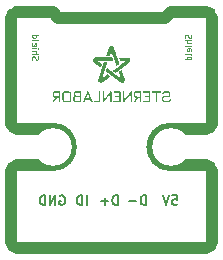
<source format=gbo>
G04 #@! TF.GenerationSoftware,KiCad,Pcbnew,(6.0.4-0)*
G04 #@! TF.CreationDate,2022-10-21T13:57:14+02:00*
G04 #@! TF.ProjectId,SL_MicroUSB-Breakout,534c5f4d-6963-4726-9f55-53422d427265,rev?*
G04 #@! TF.SameCoordinates,Original*
G04 #@! TF.FileFunction,Legend,Bot*
G04 #@! TF.FilePolarity,Positive*
%FSLAX46Y46*%
G04 Gerber Fmt 4.6, Leading zero omitted, Abs format (unit mm)*
G04 Created by KiCad (PCBNEW (6.0.4-0)) date 2022-10-21 13:57:14*
%MOMM*%
%LPD*%
G01*
G04 APERTURE LIST*
%ADD10C,1.000000*%
%ADD11C,0.150000*%
%ADD12C,0.100000*%
%ADD13O,1.200000X1.900000*%
%ADD14C,1.450000*%
%ADD15R,1.700000X1.700000*%
%ADD16O,1.700000X1.700000*%
%ADD17C,2.000000*%
%ADD18C,3.200000*%
G04 APERTURE END LIST*
D10*
X150000000Y-93500000D02*
X153000000Y-93500000D01*
X153000000Y-113500000D02*
G75*
G03*
X153500000Y-113000000I0J500000D01*
G01*
X136500000Y-107000000D02*
X136500000Y-113000000D01*
X145000000Y-113500000D02*
X153000000Y-113500000D01*
X150000000Y-103400000D02*
G75*
G03*
X150000000Y-106500000I0J-1550000D01*
G01*
X137000000Y-93500000D02*
G75*
G03*
X136500000Y-94000000I0J-500000D01*
G01*
X149500000Y-94000000D02*
X150000000Y-93500000D01*
X153500000Y-107000000D02*
G75*
G03*
X153000000Y-106500000I-500000J0D01*
G01*
X153500000Y-94000000D02*
X153500000Y-103000000D01*
X136500000Y-113000000D02*
G75*
G03*
X137000000Y-113500000I500000J0D01*
G01*
X136500084Y-102999987D02*
G75*
G03*
X137000000Y-103400000I466316J70387D01*
G01*
X137000000Y-103400000D02*
X140000000Y-103400000D01*
X136500000Y-103000000D02*
X136500000Y-94000000D01*
X140000000Y-93500000D02*
X140500000Y-94000000D01*
X137000000Y-93500000D02*
X140000000Y-93500000D01*
X152999996Y-103400063D02*
G75*
G03*
X153500000Y-103000000I31704J472863D01*
G01*
X137000000Y-113500000D02*
X145000000Y-113500000D01*
X153000000Y-106500000D02*
X150000000Y-106500000D01*
X153000000Y-103400000D02*
X150000000Y-103400000D01*
X140000000Y-106500000D02*
G75*
G03*
X140000000Y-103400000I0J1550000D01*
G01*
X140500000Y-94000000D02*
X149500000Y-94000000D01*
X137000000Y-106500000D02*
X140000000Y-106500000D01*
X137000000Y-106500000D02*
G75*
G03*
X136500000Y-107000000I0J-500000D01*
G01*
X153500000Y-113000000D02*
X153500000Y-107000000D01*
X153500000Y-94000000D02*
G75*
G03*
X153000000Y-93500000I-500000J0D01*
G01*
D11*
X140609523Y-109100000D02*
X140685714Y-109061904D01*
X140800000Y-109061904D01*
X140914285Y-109100000D01*
X140990476Y-109176190D01*
X141028571Y-109252380D01*
X141066666Y-109404761D01*
X141066666Y-109519047D01*
X141028571Y-109671428D01*
X140990476Y-109747619D01*
X140914285Y-109823809D01*
X140800000Y-109861904D01*
X140723809Y-109861904D01*
X140609523Y-109823809D01*
X140571428Y-109785714D01*
X140571428Y-109519047D01*
X140723809Y-109519047D01*
X140228571Y-109861904D02*
X140228571Y-109061904D01*
X139771428Y-109861904D01*
X139771428Y-109061904D01*
X139390476Y-109861904D02*
X139390476Y-109061904D01*
X139200000Y-109061904D01*
X139085714Y-109100000D01*
X139009523Y-109176190D01*
X138971428Y-109252380D01*
X138933333Y-109404761D01*
X138933333Y-109519047D01*
X138971428Y-109671428D01*
X139009523Y-109747619D01*
X139085714Y-109823809D01*
X139200000Y-109861904D01*
X139390476Y-109861904D01*
X142900000Y-109861904D02*
X142900000Y-109061904D01*
X142519047Y-109861904D02*
X142519047Y-109061904D01*
X142328571Y-109061904D01*
X142214285Y-109100000D01*
X142138095Y-109176190D01*
X142100000Y-109252380D01*
X142061904Y-109404761D01*
X142061904Y-109519047D01*
X142100000Y-109671428D01*
X142138095Y-109747619D01*
X142214285Y-109823809D01*
X142328571Y-109861904D01*
X142519047Y-109861904D01*
X150152380Y-109061904D02*
X150533333Y-109061904D01*
X150571428Y-109442857D01*
X150533333Y-109404761D01*
X150457142Y-109366666D01*
X150266666Y-109366666D01*
X150190476Y-109404761D01*
X150152380Y-109442857D01*
X150114285Y-109519047D01*
X150114285Y-109709523D01*
X150152380Y-109785714D01*
X150190476Y-109823809D01*
X150266666Y-109861904D01*
X150457142Y-109861904D01*
X150533333Y-109823809D01*
X150571428Y-109785714D01*
X149885714Y-109061904D02*
X149619047Y-109861904D01*
X149352380Y-109061904D01*
X145504761Y-109861904D02*
X145504761Y-109061904D01*
X145314285Y-109061904D01*
X145200000Y-109100000D01*
X145123809Y-109176190D01*
X145085714Y-109252380D01*
X145047619Y-109404761D01*
X145047619Y-109519047D01*
X145085714Y-109671428D01*
X145123809Y-109747619D01*
X145200000Y-109823809D01*
X145314285Y-109861904D01*
X145504761Y-109861904D01*
X144704761Y-109557142D02*
X144095238Y-109557142D01*
X144400000Y-109861904D02*
X144400000Y-109252380D01*
D12*
X151702380Y-95440476D02*
X151726190Y-95511904D01*
X151726190Y-95630952D01*
X151702380Y-95678571D01*
X151678571Y-95702380D01*
X151630952Y-95726190D01*
X151583333Y-95726190D01*
X151535714Y-95702380D01*
X151511904Y-95678571D01*
X151488095Y-95630952D01*
X151464285Y-95535714D01*
X151440476Y-95488095D01*
X151416666Y-95464285D01*
X151369047Y-95440476D01*
X151321428Y-95440476D01*
X151273809Y-95464285D01*
X151250000Y-95488095D01*
X151226190Y-95535714D01*
X151226190Y-95654761D01*
X151250000Y-95726190D01*
X151726190Y-95940476D02*
X151226190Y-95940476D01*
X151726190Y-96154761D02*
X151464285Y-96154761D01*
X151416666Y-96130952D01*
X151392857Y-96083333D01*
X151392857Y-96011904D01*
X151416666Y-95964285D01*
X151440476Y-95940476D01*
X151726190Y-96392857D02*
X151392857Y-96392857D01*
X151226190Y-96392857D02*
X151250000Y-96369047D01*
X151273809Y-96392857D01*
X151250000Y-96416666D01*
X151226190Y-96392857D01*
X151273809Y-96392857D01*
X151702380Y-96821428D02*
X151726190Y-96773809D01*
X151726190Y-96678571D01*
X151702380Y-96630952D01*
X151654761Y-96607142D01*
X151464285Y-96607142D01*
X151416666Y-96630952D01*
X151392857Y-96678571D01*
X151392857Y-96773809D01*
X151416666Y-96821428D01*
X151464285Y-96845238D01*
X151511904Y-96845238D01*
X151559523Y-96607142D01*
X151726190Y-97130952D02*
X151702380Y-97083333D01*
X151654761Y-97059523D01*
X151226190Y-97059523D01*
X151726190Y-97535714D02*
X151226190Y-97535714D01*
X151702380Y-97535714D02*
X151726190Y-97488095D01*
X151726190Y-97392857D01*
X151702380Y-97345238D01*
X151678571Y-97321428D01*
X151630952Y-97297619D01*
X151488095Y-97297619D01*
X151440476Y-97321428D01*
X151416666Y-97345238D01*
X151392857Y-97392857D01*
X151392857Y-97488095D01*
X151416666Y-97535714D01*
D11*
X147904761Y-109861904D02*
X147904761Y-109061904D01*
X147714285Y-109061904D01*
X147600000Y-109100000D01*
X147523809Y-109176190D01*
X147485714Y-109252380D01*
X147447619Y-109404761D01*
X147447619Y-109519047D01*
X147485714Y-109671428D01*
X147523809Y-109747619D01*
X147600000Y-109823809D01*
X147714285Y-109861904D01*
X147904761Y-109861904D01*
X147104761Y-109557142D02*
X146495238Y-109557142D01*
D12*
X138297619Y-97559523D02*
X138273809Y-97488095D01*
X138273809Y-97369047D01*
X138297619Y-97321428D01*
X138321428Y-97297619D01*
X138369047Y-97273809D01*
X138416666Y-97273809D01*
X138464285Y-97297619D01*
X138488095Y-97321428D01*
X138511904Y-97369047D01*
X138535714Y-97464285D01*
X138559523Y-97511904D01*
X138583333Y-97535714D01*
X138630952Y-97559523D01*
X138678571Y-97559523D01*
X138726190Y-97535714D01*
X138750000Y-97511904D01*
X138773809Y-97464285D01*
X138773809Y-97345238D01*
X138750000Y-97273809D01*
X138273809Y-97059523D02*
X138773809Y-97059523D01*
X138273809Y-96845238D02*
X138535714Y-96845238D01*
X138583333Y-96869047D01*
X138607142Y-96916666D01*
X138607142Y-96988095D01*
X138583333Y-97035714D01*
X138559523Y-97059523D01*
X138273809Y-96607142D02*
X138607142Y-96607142D01*
X138773809Y-96607142D02*
X138750000Y-96630952D01*
X138726190Y-96607142D01*
X138750000Y-96583333D01*
X138773809Y-96607142D01*
X138726190Y-96607142D01*
X138297619Y-96178571D02*
X138273809Y-96226190D01*
X138273809Y-96321428D01*
X138297619Y-96369047D01*
X138345238Y-96392857D01*
X138535714Y-96392857D01*
X138583333Y-96369047D01*
X138607142Y-96321428D01*
X138607142Y-96226190D01*
X138583333Y-96178571D01*
X138535714Y-96154761D01*
X138488095Y-96154761D01*
X138440476Y-96392857D01*
X138273809Y-95869047D02*
X138297619Y-95916666D01*
X138345238Y-95940476D01*
X138773809Y-95940476D01*
X138273809Y-95464285D02*
X138773809Y-95464285D01*
X138297619Y-95464285D02*
X138273809Y-95511904D01*
X138273809Y-95607142D01*
X138297619Y-95654761D01*
X138321428Y-95678571D01*
X138369047Y-95702380D01*
X138511904Y-95702380D01*
X138559523Y-95678571D01*
X138583333Y-95654761D01*
X138607142Y-95607142D01*
X138607142Y-95511904D01*
X138583333Y-95464285D01*
G36*
X144642453Y-97750449D02*
G01*
X144642362Y-97750828D01*
X144641277Y-97754477D01*
X144639007Y-97761881D01*
X144635599Y-97772895D01*
X144631096Y-97787376D01*
X144625543Y-97805179D01*
X144618987Y-97826162D01*
X144611473Y-97850180D01*
X144603044Y-97877088D01*
X144593748Y-97906744D01*
X144583628Y-97939003D01*
X144572730Y-97973721D01*
X144561099Y-98010755D01*
X144548781Y-98049960D01*
X144535820Y-98091193D01*
X144522261Y-98134309D01*
X144508151Y-98179165D01*
X144493533Y-98225617D01*
X144478453Y-98273521D01*
X144462957Y-98322733D01*
X144447089Y-98373109D01*
X144430895Y-98424505D01*
X144426900Y-98437182D01*
X144406438Y-98502137D01*
X144387200Y-98563237D01*
X144369161Y-98620568D01*
X144352293Y-98674217D01*
X144336570Y-98724269D01*
X144321965Y-98770811D01*
X144308452Y-98813928D01*
X144296003Y-98853706D01*
X144284592Y-98890233D01*
X144274192Y-98923593D01*
X144264777Y-98953873D01*
X144256319Y-98981159D01*
X144248792Y-99005537D01*
X144242170Y-99027093D01*
X144236425Y-99045914D01*
X144231530Y-99062084D01*
X144227460Y-99075692D01*
X144224187Y-99086821D01*
X144221684Y-99095560D01*
X144219926Y-99101993D01*
X144218884Y-99106207D01*
X144218532Y-99108287D01*
X144218519Y-99112546D01*
X144218958Y-99116593D01*
X144220386Y-99118121D01*
X144223288Y-99118131D01*
X144223358Y-99118115D01*
X144225894Y-99116610D01*
X144231533Y-99112779D01*
X144240070Y-99106769D01*
X144251303Y-99098729D01*
X144265029Y-99088807D01*
X144281044Y-99077153D01*
X144299147Y-99063914D01*
X144319132Y-99049239D01*
X144340798Y-99033277D01*
X144363942Y-99016176D01*
X144388360Y-98998084D01*
X144413848Y-98979150D01*
X144440206Y-98959522D01*
X144442959Y-98957469D01*
X144469185Y-98937929D01*
X144494485Y-98919101D01*
X144518657Y-98901132D01*
X144541503Y-98884171D01*
X144562823Y-98868366D01*
X144582416Y-98853863D01*
X144600082Y-98840812D01*
X144615622Y-98829359D01*
X144628835Y-98819652D01*
X144639522Y-98811840D01*
X144647482Y-98806069D01*
X144652517Y-98802488D01*
X144654424Y-98801244D01*
X144655950Y-98802086D01*
X144660493Y-98805239D01*
X144667703Y-98810497D01*
X144677266Y-98817617D01*
X144688869Y-98826356D01*
X144702196Y-98836471D01*
X144716935Y-98847719D01*
X144732769Y-98859856D01*
X144749386Y-98872639D01*
X144766472Y-98885825D01*
X144783711Y-98899170D01*
X144800789Y-98912431D01*
X144817394Y-98925365D01*
X144833209Y-98937728D01*
X144847922Y-98949278D01*
X144861217Y-98959771D01*
X144872782Y-98968963D01*
X144882300Y-98976612D01*
X144889459Y-98982474D01*
X144893945Y-98986306D01*
X144895442Y-98987864D01*
X144895413Y-98987909D01*
X144893353Y-98989671D01*
X144888184Y-98993755D01*
X144880103Y-99000012D01*
X144869307Y-99008296D01*
X144855993Y-99018458D01*
X144840358Y-99030351D01*
X144822597Y-99043826D01*
X144802909Y-99058737D01*
X144781489Y-99074934D01*
X144758535Y-99092271D01*
X144734242Y-99110600D01*
X144708808Y-99129773D01*
X144682429Y-99149642D01*
X144655303Y-99170059D01*
X144627625Y-99190877D01*
X144599592Y-99211948D01*
X144571402Y-99233124D01*
X144543251Y-99254258D01*
X144515335Y-99275201D01*
X144487852Y-99295805D01*
X144460997Y-99315924D01*
X144434968Y-99335410D01*
X144409962Y-99354113D01*
X144386175Y-99371888D01*
X144363803Y-99388586D01*
X144343044Y-99404058D01*
X144324094Y-99418159D01*
X144307150Y-99430739D01*
X144292408Y-99441651D01*
X144280066Y-99450747D01*
X144270320Y-99457880D01*
X144263367Y-99462901D01*
X144259403Y-99465663D01*
X144236803Y-99479625D01*
X144208687Y-99494536D01*
X144180878Y-99506647D01*
X144153980Y-99515702D01*
X144128596Y-99521444D01*
X144121982Y-99522356D01*
X144104977Y-99523567D01*
X144086555Y-99523532D01*
X144065678Y-99521698D01*
X144037159Y-99515786D01*
X144009543Y-99506219D01*
X143983203Y-99493282D01*
X143958513Y-99477258D01*
X143935846Y-99458433D01*
X143915576Y-99437091D01*
X143898077Y-99413517D01*
X143883720Y-99387994D01*
X143872881Y-99360807D01*
X143870920Y-99354297D01*
X143865486Y-99329603D01*
X143862701Y-99304028D01*
X143862656Y-99278851D01*
X143865441Y-99255348D01*
X143865486Y-99255141D01*
X143866484Y-99251615D01*
X143868670Y-99244357D01*
X143871991Y-99233532D01*
X143876394Y-99219309D01*
X143881827Y-99201855D01*
X143888237Y-99181337D01*
X143895569Y-99157921D01*
X143903773Y-99131776D01*
X143912793Y-99103069D01*
X143922578Y-99071966D01*
X143933074Y-99038636D01*
X143944229Y-99003244D01*
X143955989Y-98965959D01*
X143968301Y-98926948D01*
X143981113Y-98886377D01*
X143994371Y-98844415D01*
X144008023Y-98801228D01*
X144022015Y-98756984D01*
X144036294Y-98711849D01*
X144050807Y-98665992D01*
X144065502Y-98619579D01*
X144080326Y-98572778D01*
X144095224Y-98525755D01*
X144110145Y-98478678D01*
X144125036Y-98431714D01*
X144139842Y-98385031D01*
X144154512Y-98338796D01*
X144168993Y-98293175D01*
X144183231Y-98248337D01*
X144197173Y-98204448D01*
X144210766Y-98161675D01*
X144223958Y-98120186D01*
X144236695Y-98080149D01*
X144248924Y-98041730D01*
X144260593Y-98005096D01*
X144271648Y-97970415D01*
X144282037Y-97937853D01*
X144291706Y-97907580D01*
X144300602Y-97879760D01*
X144308672Y-97854562D01*
X144315864Y-97832153D01*
X144322124Y-97812700D01*
X144327399Y-97796371D01*
X144331637Y-97783332D01*
X144334784Y-97773751D01*
X144336787Y-97767795D01*
X144337594Y-97765631D01*
X144339269Y-97765378D01*
X144344734Y-97764929D01*
X144353604Y-97764329D01*
X144365481Y-97763599D01*
X144379969Y-97762759D01*
X144396669Y-97761829D01*
X144415185Y-97760827D01*
X144435118Y-97759774D01*
X144456072Y-97758690D01*
X144477648Y-97757595D01*
X144499451Y-97756508D01*
X144521081Y-97755449D01*
X144542142Y-97754438D01*
X144562237Y-97753494D01*
X144580968Y-97752639D01*
X144597937Y-97751890D01*
X144612748Y-97751268D01*
X144625002Y-97750794D01*
X144634302Y-97750486D01*
X144640252Y-97750364D01*
X144642453Y-97750449D01*
G37*
G36*
X147513560Y-100388163D02*
G01*
X147513649Y-100415516D01*
X147513731Y-100445327D01*
X147513804Y-100477394D01*
X147513867Y-100511517D01*
X147513921Y-100547494D01*
X147513965Y-100585124D01*
X147513997Y-100624206D01*
X147514018Y-100664538D01*
X147514027Y-100705920D01*
X147514033Y-100751669D01*
X147514043Y-100797873D01*
X147514053Y-100840251D01*
X147514055Y-100878975D01*
X147514045Y-100914214D01*
X147514016Y-100946140D01*
X147513964Y-100974923D01*
X147513883Y-101000733D01*
X147513766Y-101023742D01*
X147513608Y-101044119D01*
X147513404Y-101062035D01*
X147513148Y-101077661D01*
X147512834Y-101091168D01*
X147512457Y-101102726D01*
X147512010Y-101112506D01*
X147511490Y-101120678D01*
X147510888Y-101127412D01*
X147510201Y-101132880D01*
X147509422Y-101137253D01*
X147508546Y-101140700D01*
X147507567Y-101143392D01*
X147506479Y-101145499D01*
X147505277Y-101147194D01*
X147503956Y-101148645D01*
X147502509Y-101150024D01*
X147500930Y-101151501D01*
X147499215Y-101153247D01*
X147491588Y-101160193D01*
X147481604Y-101165730D01*
X147469661Y-101168759D01*
X147454883Y-101169604D01*
X147451065Y-101169506D01*
X147435076Y-101167317D01*
X147421913Y-101162198D01*
X147411385Y-101154052D01*
X147403300Y-101142779D01*
X147402871Y-101141974D01*
X147402118Y-101140413D01*
X147401463Y-101138620D01*
X147400898Y-101136316D01*
X147400416Y-101133221D01*
X147400008Y-101129054D01*
X147399667Y-101123535D01*
X147399384Y-101116384D01*
X147399152Y-101107322D01*
X147398962Y-101096068D01*
X147398807Y-101082343D01*
X147398677Y-101065865D01*
X147398567Y-101046356D01*
X147398466Y-101023535D01*
X147398368Y-100997122D01*
X147398265Y-100966837D01*
X147397698Y-100799199D01*
X147207016Y-100799199D01*
X147099604Y-100978204D01*
X147090852Y-100992774D01*
X147075973Y-101017469D01*
X147061652Y-101041147D01*
X147048046Y-101063552D01*
X147035311Y-101084429D01*
X147023606Y-101103524D01*
X147013086Y-101120582D01*
X147003908Y-101135348D01*
X146996230Y-101147568D01*
X146990207Y-101156985D01*
X146985998Y-101163346D01*
X146983759Y-101166397D01*
X146980011Y-101170098D01*
X146973196Y-101175617D01*
X146967021Y-101179377D01*
X146963612Y-101180754D01*
X146950646Y-101183245D01*
X146936932Y-101182015D01*
X146923237Y-101177105D01*
X146910945Y-101170052D01*
X146899243Y-101160508D01*
X146891195Y-101149731D01*
X146886551Y-101137366D01*
X146885059Y-101123056D01*
X146885115Y-101119743D01*
X146886454Y-101108948D01*
X146889919Y-101099182D01*
X146890531Y-101097994D01*
X146893311Y-101093027D01*
X146897986Y-101084930D01*
X146904385Y-101073990D01*
X146912339Y-101060495D01*
X146921677Y-101044732D01*
X146932229Y-101026986D01*
X146943825Y-101007546D01*
X146956295Y-100986697D01*
X146969469Y-100964728D01*
X146983177Y-100941924D01*
X146988480Y-100933109D01*
X147004514Y-100906407D01*
X147018499Y-100883028D01*
X147030530Y-100862808D01*
X147040702Y-100845584D01*
X147049108Y-100831189D01*
X147055844Y-100819460D01*
X147061005Y-100810233D01*
X147064686Y-100803342D01*
X147066981Y-100798624D01*
X147067984Y-100795914D01*
X147067792Y-100795047D01*
X147065948Y-100794839D01*
X147060415Y-100793768D01*
X147052607Y-100791991D01*
X147043583Y-100789739D01*
X147014155Y-100780184D01*
X146987131Y-100767400D01*
X146962855Y-100751526D01*
X146941392Y-100732629D01*
X146922809Y-100710776D01*
X146907171Y-100686034D01*
X146894545Y-100658471D01*
X146884996Y-100628153D01*
X146882565Y-100617866D01*
X146879627Y-100602636D01*
X146877446Y-100586841D01*
X146875967Y-100569771D01*
X146875134Y-100550712D01*
X146874889Y-100528953D01*
X146875008Y-100518527D01*
X146991452Y-100518527D01*
X146991757Y-100539340D01*
X146992765Y-100559254D01*
X146994485Y-100577349D01*
X146996924Y-100592703D01*
X146997630Y-100595989D01*
X147003833Y-100616595D01*
X147012573Y-100634137D01*
X147024008Y-100648752D01*
X147038299Y-100660575D01*
X147055602Y-100669741D01*
X147076078Y-100676388D01*
X147099886Y-100680650D01*
X147100571Y-100680728D01*
X147107583Y-100681224D01*
X147118555Y-100681663D01*
X147133320Y-100682041D01*
X147151710Y-100682356D01*
X147173558Y-100682605D01*
X147198698Y-100682786D01*
X147226961Y-100682898D01*
X147258181Y-100682936D01*
X147397793Y-100682942D01*
X147397793Y-100354558D01*
X147249877Y-100355490D01*
X147229545Y-100355621D01*
X147203741Y-100355799D01*
X147181540Y-100355975D01*
X147162622Y-100356159D01*
X147146662Y-100356362D01*
X147133339Y-100356593D01*
X147122330Y-100356863D01*
X147113312Y-100357181D01*
X147105963Y-100357557D01*
X147099961Y-100358001D01*
X147094982Y-100358524D01*
X147090705Y-100359136D01*
X147086806Y-100359845D01*
X147082964Y-100360663D01*
X147082621Y-100360740D01*
X147060868Y-100367199D01*
X147042408Y-100376114D01*
X147027082Y-100387631D01*
X147014733Y-100401897D01*
X147005203Y-100419057D01*
X146998335Y-100439258D01*
X146997093Y-100444699D01*
X146994671Y-100459900D01*
X146992917Y-100477886D01*
X146991842Y-100497735D01*
X146991452Y-100518527D01*
X146875008Y-100518527D01*
X146875176Y-100503782D01*
X146875273Y-100499134D01*
X146875863Y-100478718D01*
X146876717Y-100461527D01*
X146877928Y-100446795D01*
X146879591Y-100433754D01*
X146881798Y-100421638D01*
X146884645Y-100409679D01*
X146888224Y-100397111D01*
X146894227Y-100379634D01*
X146906866Y-100352323D01*
X146922592Y-100327749D01*
X146941304Y-100306011D01*
X146962899Y-100287204D01*
X146987277Y-100271425D01*
X147014335Y-100258770D01*
X147043971Y-100249337D01*
X147049176Y-100248036D01*
X147055203Y-100246597D01*
X147061049Y-100245334D01*
X147067004Y-100244236D01*
X147073356Y-100243291D01*
X147080393Y-100242488D01*
X147088406Y-100241815D01*
X147097682Y-100241260D01*
X147108510Y-100240813D01*
X147121180Y-100240461D01*
X147135980Y-100240194D01*
X147153199Y-100239999D01*
X147173126Y-100239866D01*
X147196050Y-100239782D01*
X147222259Y-100239736D01*
X147252042Y-100239717D01*
X147285689Y-100239714D01*
X147475644Y-100239714D01*
X147487062Y-100246135D01*
X147492322Y-100249603D01*
X147501771Y-100258811D01*
X147508861Y-100269922D01*
X147512711Y-100281715D01*
X147512766Y-100282411D01*
X147512893Y-100286926D01*
X147513016Y-100295307D01*
X147513136Y-100307353D01*
X147513251Y-100322863D01*
X147513360Y-100341635D01*
X147513421Y-100354558D01*
X147513463Y-100363469D01*
X147513560Y-100388163D01*
G37*
G36*
X146175407Y-97383970D02*
G01*
X146203805Y-97384008D01*
X146229259Y-97384080D01*
X146251968Y-97384192D01*
X146272132Y-97384349D01*
X146289949Y-97384556D01*
X146305618Y-97384820D01*
X146319338Y-97385145D01*
X146331309Y-97385537D01*
X146341729Y-97386001D01*
X146350797Y-97386544D01*
X146358713Y-97387170D01*
X146365675Y-97387885D01*
X146371882Y-97388694D01*
X146377534Y-97389603D01*
X146382829Y-97390618D01*
X146387966Y-97391744D01*
X146393144Y-97392986D01*
X146398563Y-97394350D01*
X146404422Y-97395841D01*
X146409221Y-97397100D01*
X146440189Y-97407458D01*
X146468481Y-97420981D01*
X146494036Y-97437608D01*
X146516793Y-97457280D01*
X146536690Y-97479938D01*
X146553665Y-97505522D01*
X146567659Y-97533972D01*
X146578608Y-97565228D01*
X146584419Y-97590792D01*
X146587514Y-97619715D01*
X146587144Y-97648637D01*
X146583387Y-97677004D01*
X146576318Y-97704256D01*
X146566017Y-97729837D01*
X146552559Y-97753190D01*
X146551388Y-97754917D01*
X146550172Y-97756692D01*
X146548912Y-97758460D01*
X146547533Y-97760279D01*
X146545960Y-97762205D01*
X146544118Y-97764294D01*
X146541933Y-97766603D01*
X146539331Y-97769188D01*
X146536235Y-97772106D01*
X146532573Y-97775414D01*
X146528269Y-97779167D01*
X146523248Y-97783422D01*
X146517435Y-97788237D01*
X146510757Y-97793666D01*
X146503138Y-97799768D01*
X146494504Y-97806597D01*
X146484779Y-97814212D01*
X146473890Y-97822667D01*
X146461762Y-97832020D01*
X146448319Y-97842328D01*
X146433488Y-97853646D01*
X146417193Y-97866031D01*
X146399360Y-97879540D01*
X146379915Y-97894229D01*
X146358781Y-97910154D01*
X146335886Y-97927373D01*
X146311154Y-97945941D01*
X146284510Y-97965916D01*
X146255880Y-97987352D01*
X146225189Y-98010308D01*
X146192363Y-98034840D01*
X146157326Y-98061003D01*
X146120004Y-98088855D01*
X146080323Y-98118452D01*
X146038207Y-98149851D01*
X145993583Y-98183107D01*
X145946374Y-98218278D01*
X145896508Y-98255420D01*
X145843908Y-98294589D01*
X145788500Y-98335842D01*
X145730211Y-98379235D01*
X145668964Y-98424826D01*
X145604685Y-98472670D01*
X145537299Y-98522823D01*
X145466733Y-98575343D01*
X145392911Y-98630286D01*
X145390668Y-98631954D01*
X145376536Y-98642416D01*
X145363462Y-98652013D01*
X145351825Y-98660473D01*
X145342000Y-98667526D01*
X145334365Y-98672900D01*
X145329298Y-98676324D01*
X145327174Y-98677527D01*
X145325835Y-98676819D01*
X145321327Y-98674026D01*
X145313983Y-98669318D01*
X145304135Y-98662918D01*
X145292114Y-98655046D01*
X145278252Y-98645924D01*
X145262881Y-98635771D01*
X145246332Y-98624811D01*
X145228937Y-98613263D01*
X145211027Y-98601349D01*
X145192934Y-98589290D01*
X145174991Y-98577306D01*
X145157528Y-98565620D01*
X145140877Y-98554452D01*
X145125369Y-98544024D01*
X145111338Y-98534555D01*
X145099113Y-98526268D01*
X145089027Y-98519384D01*
X145081412Y-98514124D01*
X145076599Y-98510708D01*
X145074919Y-98509358D01*
X145075722Y-98508663D01*
X145079558Y-98505661D01*
X145086374Y-98500436D01*
X145095965Y-98493139D01*
X145108129Y-98483925D01*
X145122662Y-98472947D01*
X145139359Y-98460359D01*
X145158018Y-98446314D01*
X145178434Y-98430965D01*
X145200404Y-98414467D01*
X145223724Y-98396972D01*
X145248191Y-98378634D01*
X145273601Y-98359608D01*
X145305275Y-98335900D01*
X145373449Y-98284869D01*
X145438375Y-98236263D01*
X145500107Y-98190042D01*
X145558699Y-98146164D01*
X145614206Y-98104590D01*
X145666681Y-98065277D01*
X145716179Y-98028186D01*
X145762755Y-97993276D01*
X145806462Y-97960505D01*
X145847354Y-97929834D01*
X145885487Y-97901221D01*
X145920913Y-97874626D01*
X145953688Y-97850008D01*
X145983865Y-97827325D01*
X146011500Y-97806539D01*
X146036645Y-97787606D01*
X146059356Y-97770488D01*
X146079686Y-97755143D01*
X146097690Y-97741530D01*
X146113421Y-97729609D01*
X146126936Y-97719339D01*
X146138286Y-97710678D01*
X146147527Y-97703587D01*
X146154713Y-97698025D01*
X146159899Y-97693950D01*
X146163137Y-97691323D01*
X146164484Y-97690102D01*
X146165895Y-97688253D01*
X146168371Y-97683918D01*
X146167791Y-97681117D01*
X146164123Y-97678846D01*
X146161455Y-97678490D01*
X146154728Y-97678100D01*
X146144098Y-97677692D01*
X146129690Y-97677268D01*
X146111633Y-97676832D01*
X146090052Y-97676385D01*
X146065074Y-97675931D01*
X146036827Y-97675471D01*
X146005435Y-97675009D01*
X145971027Y-97674548D01*
X145933729Y-97674089D01*
X145930466Y-97674051D01*
X145900304Y-97673678D01*
X145871335Y-97673293D01*
X145843827Y-97672901D01*
X145818049Y-97672506D01*
X145794271Y-97672114D01*
X145772761Y-97671730D01*
X145753789Y-97671358D01*
X145737623Y-97671004D01*
X145724533Y-97670672D01*
X145714787Y-97670368D01*
X145708655Y-97670097D01*
X145706406Y-97669863D01*
X145706082Y-97669039D01*
X145704695Y-97664711D01*
X145702346Y-97657024D01*
X145699148Y-97646364D01*
X145695212Y-97633119D01*
X145690652Y-97617675D01*
X145685579Y-97600417D01*
X145680105Y-97581733D01*
X145674343Y-97562008D01*
X145668406Y-97541630D01*
X145662405Y-97520984D01*
X145656452Y-97500458D01*
X145650661Y-97480437D01*
X145645143Y-97461308D01*
X145640010Y-97443457D01*
X145635375Y-97427271D01*
X145631350Y-97413136D01*
X145628047Y-97401439D01*
X145625579Y-97392566D01*
X145624058Y-97386904D01*
X145623596Y-97384838D01*
X145623678Y-97384831D01*
X145626522Y-97384789D01*
X145633264Y-97384745D01*
X145643691Y-97384698D01*
X145657592Y-97384649D01*
X145674752Y-97384599D01*
X145694960Y-97384547D01*
X145718003Y-97384495D01*
X145743667Y-97384442D01*
X145771740Y-97384390D01*
X145802009Y-97384338D01*
X145834262Y-97384287D01*
X145868286Y-97384237D01*
X145903867Y-97384190D01*
X145940794Y-97384144D01*
X145978853Y-97384102D01*
X145982295Y-97384098D01*
X146028397Y-97384048D01*
X146070560Y-97384005D01*
X146108984Y-97383974D01*
X146143866Y-97383960D01*
X146175407Y-97383970D01*
G37*
G36*
X142441497Y-101075447D02*
G01*
X142441200Y-101089193D01*
X142440844Y-101100969D01*
X142440422Y-101110947D01*
X142439931Y-101119296D01*
X142439365Y-101126187D01*
X142438717Y-101131790D01*
X142437984Y-101136276D01*
X142437159Y-101139815D01*
X142436237Y-101142577D01*
X142435214Y-101144732D01*
X142434083Y-101146452D01*
X142432839Y-101147906D01*
X142431478Y-101149265D01*
X142429993Y-101150699D01*
X142428380Y-101152379D01*
X142421043Y-101159443D01*
X142411621Y-101165209D01*
X142400156Y-101168698D01*
X142398143Y-101168878D01*
X142392015Y-101169103D01*
X142382238Y-101169308D01*
X142369099Y-101169489D01*
X142352889Y-101169646D01*
X142333895Y-101169778D01*
X142312408Y-101169882D01*
X142288714Y-101169957D01*
X142263104Y-101170001D01*
X142235866Y-101170012D01*
X142207289Y-101169990D01*
X142177662Y-101169932D01*
X142176203Y-101169929D01*
X142141828Y-101169839D01*
X142111332Y-101169752D01*
X142084453Y-101169662D01*
X142060928Y-101169563D01*
X142040495Y-101169450D01*
X142022893Y-101169318D01*
X142007857Y-101169161D01*
X141995127Y-101168973D01*
X141984439Y-101168749D01*
X141975532Y-101168484D01*
X141968143Y-101168172D01*
X141962010Y-101167808D01*
X141956870Y-101167386D01*
X141952461Y-101166901D01*
X141948521Y-101166348D01*
X141944787Y-101165720D01*
X141940997Y-101165013D01*
X141909071Y-101157274D01*
X141879407Y-101146586D01*
X141852788Y-101133104D01*
X141829229Y-101116838D01*
X141808743Y-101097798D01*
X141791344Y-101075994D01*
X141777046Y-101051434D01*
X141773074Y-101043117D01*
X141767472Y-101030077D01*
X141762882Y-101017151D01*
X141758822Y-101002924D01*
X141754813Y-100985982D01*
X141753696Y-100980780D01*
X141752656Y-100975321D01*
X141751833Y-100969837D01*
X141751203Y-100963813D01*
X141750741Y-100956733D01*
X141750423Y-100948081D01*
X141750223Y-100937340D01*
X141750116Y-100923995D01*
X141750079Y-100907530D01*
X141750083Y-100894821D01*
X141865886Y-100894821D01*
X141866123Y-100912213D01*
X141866649Y-100928537D01*
X141867465Y-100943024D01*
X141868570Y-100954906D01*
X141869967Y-100963415D01*
X141876446Y-100984558D01*
X141885352Y-101002518D01*
X141896915Y-101017469D01*
X141911384Y-101029670D01*
X141929010Y-101039381D01*
X141950041Y-101046863D01*
X141952534Y-101047553D01*
X141955350Y-101048254D01*
X141958391Y-101048865D01*
X141961938Y-101049394D01*
X141966269Y-101049848D01*
X141971667Y-101050234D01*
X141978412Y-101050559D01*
X141986784Y-101050832D01*
X141997064Y-101051059D01*
X142009532Y-101051248D01*
X142024468Y-101051406D01*
X142042155Y-101051540D01*
X142062871Y-101051658D01*
X142086897Y-101051767D01*
X142114514Y-101051875D01*
X142146003Y-101051988D01*
X142326097Y-101052624D01*
X142326097Y-100724462D01*
X142159443Y-100724462D01*
X142153031Y-100724463D01*
X142120867Y-100724503D01*
X142091371Y-100724598D01*
X142064730Y-100724747D01*
X142041127Y-100724948D01*
X142020750Y-100725197D01*
X142003783Y-100725494D01*
X141990411Y-100725835D01*
X141980821Y-100726218D01*
X141975197Y-100726643D01*
X141965740Y-100727976D01*
X141943166Y-100732820D01*
X141923989Y-100739732D01*
X141907953Y-100748925D01*
X141894801Y-100760607D01*
X141884276Y-100774988D01*
X141876122Y-100792280D01*
X141870081Y-100812693D01*
X141869015Y-100818728D01*
X141867816Y-100829936D01*
X141866903Y-100843918D01*
X141866276Y-100859905D01*
X141865937Y-100877129D01*
X141865886Y-100894821D01*
X141750083Y-100894821D01*
X141750086Y-100887429D01*
X141750103Y-100874540D01*
X141750160Y-100856638D01*
X141750273Y-100842067D01*
X141750467Y-100830316D01*
X141750765Y-100820878D01*
X141751192Y-100813244D01*
X141751771Y-100806904D01*
X141752527Y-100801351D01*
X141753484Y-100796074D01*
X141754666Y-100790566D01*
X141762372Y-100762003D01*
X141773221Y-100733542D01*
X141786612Y-100708199D01*
X141802645Y-100685816D01*
X141821420Y-100666232D01*
X141843035Y-100649290D01*
X141855102Y-100641091D01*
X141845728Y-100631071D01*
X141838002Y-100622082D01*
X141824242Y-100601437D01*
X141813053Y-100577600D01*
X141804472Y-100550647D01*
X141804344Y-100550141D01*
X141802963Y-100544371D01*
X141801896Y-100538882D01*
X141801104Y-100533040D01*
X141800549Y-100526212D01*
X141800191Y-100517765D01*
X141799992Y-100507066D01*
X141799912Y-100493482D01*
X141799913Y-100481569D01*
X141916431Y-100481569D01*
X141916481Y-100495843D01*
X141916642Y-100508540D01*
X141916961Y-100518431D01*
X141917489Y-100526228D01*
X141918275Y-100532643D01*
X141919369Y-100538386D01*
X141920821Y-100544169D01*
X141924516Y-100556129D01*
X141931357Y-100571939D01*
X141939758Y-100584493D01*
X141950063Y-100594265D01*
X141962616Y-100601729D01*
X141974213Y-100607168D01*
X142326097Y-100608318D01*
X142326097Y-100354625D01*
X142161573Y-100355491D01*
X142154108Y-100355531D01*
X142124467Y-100355699D01*
X142098623Y-100355869D01*
X142076289Y-100356046D01*
X142057174Y-100356239D01*
X142040993Y-100356453D01*
X142027456Y-100356697D01*
X142016276Y-100356976D01*
X142007165Y-100357298D01*
X141999834Y-100357669D01*
X141993995Y-100358097D01*
X141989361Y-100358589D01*
X141985643Y-100359150D01*
X141982554Y-100359789D01*
X141973499Y-100362228D01*
X141957015Y-100368787D01*
X141943779Y-100377563D01*
X141933419Y-100388916D01*
X141925564Y-100403209D01*
X141919843Y-100420801D01*
X141918749Y-100425959D01*
X141917799Y-100432694D01*
X141917128Y-100440970D01*
X141916701Y-100451440D01*
X141916481Y-100464755D01*
X141916431Y-100481569D01*
X141799913Y-100481569D01*
X141799914Y-100476379D01*
X141799956Y-100461655D01*
X141800078Y-100447282D01*
X141800317Y-100435820D01*
X141800715Y-100426595D01*
X141801312Y-100418930D01*
X141802153Y-100412151D01*
X141803277Y-100405581D01*
X141804726Y-100398545D01*
X141805727Y-100394116D01*
X141814323Y-100365456D01*
X141825955Y-100339616D01*
X141840580Y-100316634D01*
X141858154Y-100296547D01*
X141878635Y-100279391D01*
X141901977Y-100265205D01*
X141928139Y-100254025D01*
X141957076Y-100245890D01*
X141988745Y-100240835D01*
X141991125Y-100240618D01*
X141998331Y-100240187D01*
X142008354Y-100239821D01*
X142021344Y-100239518D01*
X142037447Y-100239277D01*
X142056813Y-100239096D01*
X142079589Y-100238975D01*
X142105924Y-100238913D01*
X142135966Y-100238907D01*
X142169864Y-100238958D01*
X142207765Y-100239063D01*
X142403948Y-100239714D01*
X142415142Y-100245913D01*
X142419447Y-100248599D01*
X142426448Y-100254200D01*
X142431374Y-100259725D01*
X142431714Y-100260233D01*
X142432959Y-100262011D01*
X142434104Y-100263637D01*
X142435151Y-100265284D01*
X142436107Y-100267122D01*
X142436974Y-100269326D01*
X142437757Y-100272066D01*
X142438461Y-100275514D01*
X142439090Y-100279844D01*
X142439647Y-100285227D01*
X142440137Y-100291835D01*
X142440565Y-100299841D01*
X142440934Y-100309417D01*
X142441249Y-100320734D01*
X142441515Y-100333965D01*
X142441734Y-100349282D01*
X142441788Y-100354625D01*
X142441913Y-100366858D01*
X142442054Y-100386864D01*
X142442162Y-100409472D01*
X142442242Y-100434856D01*
X142442297Y-100463186D01*
X142442332Y-100494635D01*
X142442351Y-100529376D01*
X142442359Y-100567580D01*
X142442359Y-100609419D01*
X142442356Y-100655066D01*
X142442354Y-100704693D01*
X142442356Y-100745552D01*
X142442363Y-100792203D01*
X142442368Y-100835011D01*
X142442368Y-100874146D01*
X142442355Y-100909778D01*
X142442326Y-100942079D01*
X142442274Y-100971217D01*
X142442195Y-100997365D01*
X142442083Y-101020691D01*
X142441933Y-101041366D01*
X142441813Y-101052624D01*
X142441739Y-101059562D01*
X142441497Y-101075447D01*
G37*
G36*
X146675704Y-100240535D02*
G01*
X146689158Y-100245278D01*
X146700551Y-100252848D01*
X146709325Y-100262909D01*
X146714921Y-100275121D01*
X146715176Y-100276227D01*
X146715510Y-100278544D01*
X146715816Y-100281900D01*
X146716095Y-100286459D01*
X146716349Y-100292386D01*
X146716580Y-100299844D01*
X146716787Y-100308996D01*
X146716972Y-100320007D01*
X146717136Y-100333040D01*
X146717281Y-100348260D01*
X146717407Y-100365830D01*
X146717516Y-100385913D01*
X146717608Y-100408674D01*
X146717686Y-100434277D01*
X146717749Y-100462884D01*
X146717800Y-100494661D01*
X146717839Y-100529771D01*
X146717867Y-100568378D01*
X146717886Y-100610645D01*
X146717896Y-100656736D01*
X146717899Y-100706816D01*
X146717899Y-101128246D01*
X146713127Y-101138601D01*
X146708597Y-101146924D01*
X146699904Y-101157106D01*
X146688758Y-101164246D01*
X146674628Y-101168759D01*
X146672492Y-101169143D01*
X146662514Y-101169834D01*
X146651244Y-101169350D01*
X146640472Y-101167834D01*
X146631992Y-101165424D01*
X146622238Y-101159615D01*
X146612988Y-101150546D01*
X146606052Y-101139665D01*
X146601643Y-101130322D01*
X146599567Y-100466634D01*
X146410650Y-100710107D01*
X146398340Y-100725972D01*
X146374956Y-100756111D01*
X146351452Y-100786409D01*
X146328049Y-100816578D01*
X146304970Y-100846333D01*
X146282436Y-100875386D01*
X146260671Y-100903451D01*
X146239896Y-100930242D01*
X146220333Y-100955472D01*
X146202205Y-100978855D01*
X146185734Y-101000103D01*
X146171142Y-101018931D01*
X146158651Y-101035052D01*
X146148484Y-101048179D01*
X146138616Y-101060894D01*
X146125260Y-101078007D01*
X146112602Y-101094118D01*
X146100905Y-101108899D01*
X146090429Y-101122024D01*
X146081436Y-101133165D01*
X146074187Y-101141995D01*
X146068945Y-101148187D01*
X146065971Y-101151413D01*
X146058981Y-101157394D01*
X146047665Y-101164430D01*
X146035599Y-101168326D01*
X146021534Y-101169591D01*
X146011220Y-101169186D01*
X145998254Y-101166611D01*
X145987489Y-101161401D01*
X145978104Y-101153247D01*
X145976530Y-101151637D01*
X145974940Y-101150144D01*
X145973482Y-101148763D01*
X145972150Y-101147325D01*
X145970938Y-101145658D01*
X145969841Y-101143592D01*
X145968853Y-101140957D01*
X145967968Y-101137581D01*
X145967181Y-101133295D01*
X145966486Y-101127927D01*
X145965878Y-101121307D01*
X145965350Y-101113265D01*
X145964898Y-101103629D01*
X145964515Y-101092230D01*
X145964196Y-101078896D01*
X145963935Y-101063458D01*
X145963727Y-101045744D01*
X145963565Y-101025584D01*
X145963445Y-101002807D01*
X145963361Y-100977243D01*
X145963306Y-100948721D01*
X145963276Y-100917070D01*
X145963264Y-100882121D01*
X145963266Y-100843702D01*
X145963275Y-100801642D01*
X145963285Y-100755772D01*
X145963292Y-100705920D01*
X145963294Y-100688399D01*
X145963308Y-100647434D01*
X145963334Y-100607603D01*
X145963371Y-100569107D01*
X145963419Y-100532148D01*
X145963477Y-100496926D01*
X145963545Y-100463644D01*
X145963622Y-100432501D01*
X145963707Y-100403699D01*
X145963799Y-100377440D01*
X145963898Y-100353925D01*
X145964004Y-100333354D01*
X145964116Y-100315929D01*
X145964233Y-100301852D01*
X145964354Y-100291323D01*
X145964479Y-100284544D01*
X145964608Y-100281715D01*
X145965605Y-100277882D01*
X145968526Y-100270545D01*
X145972370Y-100263224D01*
X145977479Y-100256177D01*
X145987533Y-100247563D01*
X146000193Y-100241980D01*
X146015709Y-100239292D01*
X146024917Y-100239037D01*
X146040833Y-100241092D01*
X146054427Y-100246410D01*
X146065522Y-100254909D01*
X146073939Y-100266505D01*
X146078488Y-100275006D01*
X146079526Y-100609398D01*
X146080564Y-100943789D01*
X146342141Y-100606643D01*
X146357546Y-100586795D01*
X146382961Y-100554074D01*
X146407711Y-100522245D01*
X146431669Y-100491466D01*
X146454711Y-100461897D01*
X146476712Y-100433698D01*
X146497547Y-100407027D01*
X146517090Y-100382045D01*
X146535218Y-100358911D01*
X146551804Y-100337785D01*
X146566724Y-100318825D01*
X146579853Y-100302192D01*
X146591065Y-100288045D01*
X146600236Y-100276543D01*
X146607241Y-100267847D01*
X146611954Y-100262114D01*
X146614251Y-100259506D01*
X146618048Y-100256046D01*
X146630162Y-100247136D01*
X146642413Y-100241664D01*
X146655708Y-100239183D01*
X146660748Y-100238960D01*
X146675704Y-100240535D01*
G37*
G36*
X148677346Y-100240987D02*
G01*
X148717108Y-100241017D01*
X148760764Y-100241073D01*
X148808443Y-100241154D01*
X149148909Y-100241790D01*
X149157471Y-100246370D01*
X149166487Y-100252317D01*
X149174508Y-100261066D01*
X149179764Y-100272041D01*
X149182451Y-100285679D01*
X149182766Y-100302417D01*
X149182470Y-100307605D01*
X149180771Y-100320756D01*
X149177608Y-100330950D01*
X149172666Y-100338981D01*
X149165630Y-100345645D01*
X149163508Y-100347248D01*
X149160729Y-100349191D01*
X149157821Y-100350858D01*
X149154473Y-100352269D01*
X149150377Y-100353445D01*
X149145224Y-100354409D01*
X149138703Y-100355181D01*
X149130505Y-100355783D01*
X149120321Y-100356236D01*
X149107841Y-100356560D01*
X149092757Y-100356778D01*
X149074758Y-100356911D01*
X149053535Y-100356979D01*
X149028780Y-100357004D01*
X149000181Y-100357008D01*
X148861456Y-100357008D01*
X148860899Y-100743813D01*
X148860343Y-101130617D01*
X148854083Y-101142857D01*
X148853111Y-101144675D01*
X148844627Y-101155877D01*
X148833494Y-101163887D01*
X148819768Y-101168663D01*
X148812276Y-101169628D01*
X148800534Y-101169758D01*
X148788345Y-101168705D01*
X148777675Y-101166568D01*
X148771104Y-101163722D01*
X148762200Y-101157297D01*
X148754228Y-101148900D01*
X148748425Y-101139665D01*
X148744087Y-101130322D01*
X148742995Y-100357008D01*
X148596546Y-100357008D01*
X148568547Y-100357005D01*
X148544321Y-100356975D01*
X148523562Y-100356890D01*
X148505969Y-100356723D01*
X148491238Y-100356446D01*
X148479065Y-100356032D01*
X148469147Y-100355453D01*
X148461182Y-100354681D01*
X148454865Y-100353689D01*
X148449894Y-100352450D01*
X148445966Y-100350935D01*
X148442776Y-100349118D01*
X148440022Y-100346970D01*
X148437401Y-100344464D01*
X148434609Y-100341572D01*
X148430496Y-100336741D01*
X148424609Y-100326158D01*
X148421328Y-100313426D01*
X148420424Y-100297842D01*
X148420514Y-100293836D01*
X148421643Y-100281169D01*
X148424311Y-100271173D01*
X148428898Y-100262790D01*
X148435782Y-100254961D01*
X148442503Y-100249095D01*
X148449118Y-100245243D01*
X148456868Y-100242906D01*
X148457121Y-100242857D01*
X148460189Y-100242530D01*
X148465608Y-100242236D01*
X148473505Y-100241975D01*
X148484009Y-100241745D01*
X148497248Y-100241548D01*
X148513353Y-100241380D01*
X148532451Y-100241243D01*
X148554671Y-100241136D01*
X148580142Y-100241057D01*
X148608992Y-100241006D01*
X148641351Y-100240983D01*
X148677346Y-100240987D01*
G37*
G36*
X145015818Y-96421056D02*
G01*
X145044373Y-96426222D01*
X145071643Y-96434604D01*
X145097288Y-96446082D01*
X145120970Y-96460536D01*
X145142348Y-96477844D01*
X145161086Y-96497888D01*
X145176843Y-96520547D01*
X145178518Y-96523534D01*
X145183019Y-96532584D01*
X145187701Y-96543129D01*
X145191785Y-96553453D01*
X145193042Y-96556970D01*
X145195616Y-96564260D01*
X145199414Y-96575058D01*
X145204375Y-96589192D01*
X145210438Y-96606487D01*
X145217543Y-96626772D01*
X145225631Y-96649874D01*
X145234640Y-96675620D01*
X145244510Y-96703838D01*
X145255181Y-96734353D01*
X145266594Y-96766995D01*
X145278686Y-96801590D01*
X145291399Y-96837966D01*
X145304671Y-96875949D01*
X145318443Y-96915367D01*
X145332654Y-96956047D01*
X145347245Y-96997817D01*
X145362154Y-97040504D01*
X145377321Y-97083934D01*
X145392686Y-97127936D01*
X145408189Y-97172337D01*
X145423769Y-97216963D01*
X145439367Y-97261643D01*
X145454921Y-97306203D01*
X145470372Y-97350471D01*
X145485660Y-97394274D01*
X145500723Y-97437439D01*
X145515502Y-97479793D01*
X145529936Y-97521165D01*
X145543965Y-97561380D01*
X145557529Y-97600267D01*
X145570568Y-97637652D01*
X145583020Y-97673363D01*
X145594827Y-97707228D01*
X145605927Y-97739072D01*
X145616260Y-97768725D01*
X145625767Y-97796012D01*
X145634386Y-97820762D01*
X145642057Y-97842801D01*
X145648720Y-97861957D01*
X145654316Y-97878057D01*
X145658782Y-97890928D01*
X145662060Y-97900398D01*
X145664089Y-97906294D01*
X145664808Y-97908443D01*
X145663620Y-97909845D01*
X145659423Y-97913659D01*
X145652445Y-97919643D01*
X145642940Y-97927589D01*
X145631164Y-97937287D01*
X145617373Y-97948528D01*
X145601820Y-97961103D01*
X145584762Y-97974805D01*
X145566454Y-97989423D01*
X145547150Y-98004749D01*
X145529721Y-98018518D01*
X145511238Y-98033049D01*
X145493929Y-98046587D01*
X145478053Y-98058930D01*
X145463869Y-98069881D01*
X145451636Y-98079239D01*
X145441613Y-98086806D01*
X145434059Y-98092382D01*
X145429235Y-98095770D01*
X145427397Y-98096768D01*
X145427016Y-98095832D01*
X145425329Y-98091259D01*
X145422350Y-98083015D01*
X145418134Y-98071248D01*
X145412731Y-98056106D01*
X145406194Y-98037737D01*
X145398575Y-98016289D01*
X145389927Y-97991909D01*
X145380302Y-97964746D01*
X145369752Y-97934947D01*
X145358330Y-97902660D01*
X145346088Y-97868033D01*
X145333078Y-97831215D01*
X145319353Y-97792352D01*
X145304965Y-97751594D01*
X145289965Y-97709087D01*
X145274408Y-97664980D01*
X145258344Y-97619420D01*
X145241826Y-97572555D01*
X145224907Y-97524534D01*
X145207638Y-97475504D01*
X145196502Y-97443883D01*
X145179421Y-97395397D01*
X145162711Y-97347985D01*
X145146427Y-97301795D01*
X145130620Y-97256978D01*
X145115344Y-97213683D01*
X145100652Y-97172060D01*
X145086596Y-97132259D01*
X145073229Y-97094428D01*
X145060605Y-97058719D01*
X145048777Y-97025280D01*
X145037797Y-96994261D01*
X145027718Y-96965812D01*
X145018593Y-96940082D01*
X145010476Y-96917222D01*
X145003418Y-96897380D01*
X144997474Y-96880707D01*
X144992696Y-96867352D01*
X144989137Y-96857465D01*
X144986849Y-96851195D01*
X144985887Y-96848692D01*
X144984872Y-96846754D01*
X144980430Y-96840692D01*
X144976065Y-96838540D01*
X144971961Y-96840406D01*
X144971947Y-96840422D01*
X144970819Y-96842902D01*
X144968459Y-96849050D01*
X144964956Y-96858606D01*
X144960401Y-96871312D01*
X144954884Y-96886908D01*
X144948496Y-96905134D01*
X144941327Y-96925733D01*
X144933467Y-96948445D01*
X144925008Y-96973010D01*
X144916040Y-96999170D01*
X144906652Y-97026666D01*
X144896936Y-97055238D01*
X144896423Y-97056750D01*
X144886768Y-97085194D01*
X144877495Y-97112505D01*
X144868689Y-97138427D01*
X144860439Y-97162706D01*
X144852829Y-97185088D01*
X144845947Y-97205318D01*
X144839880Y-97223142D01*
X144834713Y-97238306D01*
X144830534Y-97250555D01*
X144827429Y-97259635D01*
X144825484Y-97265292D01*
X144824787Y-97267272D01*
X144823910Y-97267334D01*
X144819384Y-97267363D01*
X144811363Y-97267313D01*
X144800249Y-97267190D01*
X144786446Y-97267003D01*
X144770354Y-97266760D01*
X144752376Y-97266469D01*
X144732916Y-97266136D01*
X144712374Y-97265770D01*
X144691153Y-97265378D01*
X144669655Y-97264968D01*
X144648283Y-97264549D01*
X144627439Y-97264126D01*
X144607525Y-97263709D01*
X144588944Y-97263305D01*
X144572097Y-97262922D01*
X144557387Y-97262567D01*
X144545216Y-97262248D01*
X144535987Y-97261972D01*
X144530102Y-97261748D01*
X144527962Y-97261584D01*
X144527957Y-97261535D01*
X144528625Y-97258990D01*
X144530495Y-97252781D01*
X144533485Y-97243157D01*
X144537514Y-97230368D01*
X144542501Y-97214663D01*
X144548364Y-97196293D01*
X144555024Y-97175506D01*
X144562398Y-97152553D01*
X144570406Y-97127682D01*
X144578966Y-97101143D01*
X144587998Y-97073186D01*
X144597420Y-97044060D01*
X144607152Y-97014015D01*
X144617112Y-96983300D01*
X144627219Y-96952165D01*
X144637392Y-96920859D01*
X144647550Y-96889632D01*
X144657612Y-96858733D01*
X144667497Y-96828413D01*
X144677123Y-96798919D01*
X144686411Y-96770503D01*
X144695277Y-96743413D01*
X144703643Y-96717899D01*
X144711426Y-96694211D01*
X144718545Y-96672597D01*
X144724919Y-96653308D01*
X144730468Y-96636593D01*
X144735110Y-96622702D01*
X144738763Y-96611884D01*
X144741348Y-96604389D01*
X144742783Y-96600466D01*
X144757873Y-96566984D01*
X144774917Y-96536557D01*
X144793713Y-96509805D01*
X144814343Y-96486644D01*
X144836891Y-96466995D01*
X144861440Y-96450774D01*
X144888071Y-96437900D01*
X144916868Y-96428291D01*
X144925822Y-96426057D01*
X144956203Y-96420854D01*
X144986315Y-96419227D01*
X145015818Y-96421056D01*
G37*
G36*
X143304425Y-100897070D02*
G01*
X143316355Y-100926477D01*
X143327622Y-100954271D01*
X143338137Y-100980232D01*
X143347811Y-101004144D01*
X143356556Y-101025789D01*
X143364283Y-101044949D01*
X143370903Y-101061407D01*
X143376327Y-101074944D01*
X143380468Y-101085344D01*
X143383237Y-101092388D01*
X143384544Y-101095859D01*
X143384742Y-101096469D01*
X143386445Y-101105544D01*
X143386815Y-101116244D01*
X143385892Y-101126704D01*
X143383715Y-101135060D01*
X143378523Y-101144062D01*
X143368716Y-101153767D01*
X143355369Y-101161653D01*
X143338642Y-101167604D01*
X143336600Y-101168150D01*
X143329211Y-101169899D01*
X143323526Y-101170498D01*
X143317687Y-101170004D01*
X143309837Y-101168473D01*
X143307460Y-101167917D01*
X143301017Y-101165605D01*
X143295151Y-101161770D01*
X143288348Y-101155498D01*
X143285929Y-101153020D01*
X143283731Y-101150534D01*
X143281612Y-101147707D01*
X143279414Y-101144187D01*
X143276973Y-101139622D01*
X143274130Y-101133659D01*
X143270724Y-101125948D01*
X143266595Y-101116136D01*
X143261580Y-101103871D01*
X143255520Y-101088801D01*
X143248254Y-101070574D01*
X143239620Y-101048839D01*
X143201507Y-100952824D01*
X142777377Y-100952824D01*
X142741358Y-101040535D01*
X142733375Y-101059957D01*
X142725140Y-101079934D01*
X142718199Y-101096664D01*
X142712406Y-101110473D01*
X142707613Y-101121686D01*
X142703673Y-101130631D01*
X142700439Y-101137632D01*
X142697762Y-101143017D01*
X142695497Y-101147110D01*
X142693496Y-101150239D01*
X142691611Y-101152729D01*
X142689695Y-101154906D01*
X142684322Y-101159754D01*
X142672963Y-101166012D01*
X142659949Y-101169218D01*
X142645998Y-101169396D01*
X142631827Y-101166572D01*
X142618153Y-101160769D01*
X142605692Y-101152013D01*
X142598572Y-101144611D01*
X142593070Y-101135141D01*
X142590388Y-101123988D01*
X142590174Y-101110209D01*
X142590208Y-101109671D01*
X142590385Y-101107796D01*
X142590704Y-101105691D01*
X142591228Y-101103200D01*
X142592020Y-101100167D01*
X142593143Y-101096435D01*
X142594660Y-101091846D01*
X142596634Y-101086243D01*
X142599127Y-101079471D01*
X142602202Y-101071372D01*
X142605923Y-101061789D01*
X142610351Y-101050566D01*
X142615550Y-101037545D01*
X142621583Y-101022570D01*
X142628513Y-101005483D01*
X142636401Y-100986129D01*
X142645312Y-100964350D01*
X142655308Y-100939989D01*
X142666452Y-100912890D01*
X142678806Y-100882895D01*
X142692435Y-100849849D01*
X142697917Y-100836567D01*
X142824582Y-100836567D01*
X142989504Y-100836567D01*
X142998790Y-100836564D01*
X143024152Y-100836532D01*
X143048169Y-100836465D01*
X143070529Y-100836365D01*
X143090921Y-100836236D01*
X143109033Y-100836080D01*
X143124552Y-100835901D01*
X143137168Y-100835702D01*
X143146567Y-100835485D01*
X143152437Y-100835253D01*
X143154468Y-100835010D01*
X143154467Y-100834991D01*
X143153673Y-100832616D01*
X143151484Y-100826721D01*
X143148020Y-100817613D01*
X143143404Y-100805602D01*
X143137756Y-100790994D01*
X143131197Y-100774097D01*
X143123848Y-100755219D01*
X143115830Y-100734669D01*
X143107264Y-100712753D01*
X143098271Y-100689780D01*
X143088971Y-100666058D01*
X143079487Y-100641894D01*
X143069938Y-100617597D01*
X143060446Y-100593473D01*
X143051132Y-100569832D01*
X143042117Y-100546980D01*
X143033522Y-100525226D01*
X143025467Y-100504878D01*
X143018074Y-100486243D01*
X143011463Y-100469629D01*
X143005757Y-100455344D01*
X143001075Y-100443696D01*
X142997538Y-100434993D01*
X142995268Y-100429543D01*
X142994386Y-100427653D01*
X142993803Y-100428738D01*
X142991715Y-100433388D01*
X142988207Y-100441505D01*
X142983369Y-100452876D01*
X142977289Y-100467286D01*
X142970055Y-100484523D01*
X142961756Y-100504374D01*
X142952481Y-100526625D01*
X142942319Y-100551063D01*
X142931358Y-100577475D01*
X142919686Y-100605648D01*
X142907393Y-100635368D01*
X142894567Y-100666423D01*
X142881297Y-100698598D01*
X142867671Y-100731681D01*
X142853778Y-100765459D01*
X142839707Y-100799718D01*
X142824582Y-100836567D01*
X142697917Y-100836567D01*
X142707399Y-100813593D01*
X142723763Y-100773971D01*
X142741589Y-100730826D01*
X142760939Y-100684002D01*
X142776751Y-100645765D01*
X142792741Y-100607140D01*
X142808278Y-100569651D01*
X142823287Y-100533479D01*
X142837693Y-100498803D01*
X142851420Y-100465804D01*
X142864394Y-100434661D01*
X142876538Y-100405556D01*
X142887777Y-100378668D01*
X142898037Y-100354177D01*
X142907241Y-100332264D01*
X142915315Y-100313108D01*
X142922183Y-100296891D01*
X142927770Y-100283791D01*
X142932001Y-100273989D01*
X142934799Y-100267666D01*
X142936091Y-100265002D01*
X142941656Y-100258181D01*
X142952610Y-100249557D01*
X142965855Y-100243255D01*
X142980484Y-100239667D01*
X142995588Y-100239188D01*
X143011752Y-100242372D01*
X143026616Y-100249254D01*
X143039330Y-100259531D01*
X143049460Y-100272930D01*
X143049499Y-100273002D01*
X143050763Y-100275847D01*
X143053491Y-100282301D01*
X143057593Y-100292148D01*
X143062982Y-100305170D01*
X143069569Y-100321149D01*
X143077265Y-100339867D01*
X143085982Y-100361106D01*
X143095631Y-100384650D01*
X143106122Y-100410280D01*
X143117369Y-100437778D01*
X143129282Y-100466928D01*
X143141771Y-100497511D01*
X143154750Y-100529309D01*
X143168129Y-100562106D01*
X143181819Y-100595683D01*
X143195733Y-100629822D01*
X143209780Y-100664306D01*
X143223873Y-100698918D01*
X143237923Y-100733439D01*
X143251841Y-100767652D01*
X143265539Y-100801339D01*
X143278928Y-100834283D01*
X143279223Y-100835010D01*
X143291920Y-100866266D01*
X143304425Y-100897070D01*
G37*
G36*
X148071328Y-100238677D02*
G01*
X148100388Y-100238700D01*
X148126095Y-100238750D01*
X148148672Y-100238838D01*
X148168339Y-100238972D01*
X148185317Y-100239163D01*
X148199828Y-100239421D01*
X148212093Y-100239755D01*
X148222332Y-100240175D01*
X148230768Y-100240691D01*
X148237620Y-100241313D01*
X148243111Y-100242051D01*
X148247461Y-100242914D01*
X148250892Y-100243912D01*
X148253625Y-100245055D01*
X148255880Y-100246353D01*
X148257879Y-100247815D01*
X148259843Y-100249452D01*
X148261993Y-100251273D01*
X148263794Y-100252875D01*
X148269786Y-100259500D01*
X148274449Y-100266384D01*
X148279060Y-100275006D01*
X148279672Y-100699550D01*
X148279722Y-100736658D01*
X148279779Y-100787511D01*
X148279815Y-100834390D01*
X148279831Y-100877399D01*
X148279825Y-100916645D01*
X148279798Y-100952233D01*
X148279749Y-100984268D01*
X148279677Y-101012856D01*
X148279582Y-101038101D01*
X148279464Y-101060110D01*
X148279322Y-101078987D01*
X148279157Y-101094839D01*
X148278966Y-101107770D01*
X148278751Y-101117886D01*
X148278510Y-101125293D01*
X148278243Y-101130095D01*
X148277950Y-101132398D01*
X148272468Y-101145130D01*
X148263663Y-101155925D01*
X148252116Y-101163882D01*
X148238273Y-101168597D01*
X148235517Y-101168802D01*
X148228763Y-101169014D01*
X148218357Y-101169212D01*
X148204558Y-101169394D01*
X148187629Y-101169559D01*
X148167829Y-101169705D01*
X148145419Y-101169831D01*
X148120662Y-101169935D01*
X148093816Y-101170016D01*
X148065143Y-101170073D01*
X148034905Y-101170104D01*
X148003361Y-101170107D01*
X147970772Y-101170082D01*
X147712309Y-101169767D01*
X147700355Y-101163897D01*
X147695481Y-101161228D01*
X147684958Y-101152681D01*
X147677585Y-101141709D01*
X147673247Y-101128099D01*
X147671827Y-101111638D01*
X147672032Y-101105003D01*
X147674553Y-101089656D01*
X147680036Y-101077079D01*
X147688598Y-101067058D01*
X147700355Y-101059380D01*
X147712309Y-101053510D01*
X147938075Y-101052938D01*
X148163841Y-101052365D01*
X148163841Y-100759939D01*
X148019040Y-100759328D01*
X147874238Y-100758716D01*
X147862283Y-100752846D01*
X147855912Y-100749242D01*
X147845977Y-100740658D01*
X147839080Y-100729703D01*
X147835060Y-100716078D01*
X147833756Y-100699481D01*
X147833889Y-100694369D01*
X147836353Y-100678732D01*
X147841943Y-100665808D01*
X147850683Y-100655551D01*
X147862598Y-100647918D01*
X147874238Y-100642460D01*
X148019040Y-100641874D01*
X148163841Y-100641287D01*
X148163841Y-100354932D01*
X147938855Y-100354932D01*
X147923228Y-100354933D01*
X147888555Y-100354937D01*
X147857701Y-100354934D01*
X147830428Y-100354911D01*
X147806501Y-100354857D01*
X147785685Y-100354759D01*
X147767743Y-100354605D01*
X147752440Y-100354382D01*
X147739540Y-100354078D01*
X147728807Y-100353680D01*
X147720006Y-100353178D01*
X147712899Y-100352557D01*
X147707252Y-100351806D01*
X147702829Y-100350913D01*
X147699394Y-100349864D01*
X147696710Y-100348649D01*
X147694543Y-100347254D01*
X147692656Y-100345667D01*
X147690813Y-100343876D01*
X147688780Y-100341869D01*
X147683662Y-100336553D01*
X147678343Y-100329122D01*
X147675035Y-100320916D01*
X147673341Y-100310837D01*
X147672865Y-100297786D01*
X147672901Y-100291630D01*
X147673230Y-100283306D01*
X147674077Y-100277195D01*
X147675653Y-100272060D01*
X147678168Y-100266665D01*
X147679352Y-100264506D01*
X147687808Y-100253756D01*
X147698763Y-100245660D01*
X147711284Y-100240943D01*
X147713506Y-100240661D01*
X147719435Y-100240306D01*
X147728753Y-100239987D01*
X147741539Y-100239705D01*
X147757868Y-100239459D01*
X147777815Y-100239247D01*
X147801458Y-100239070D01*
X147828872Y-100238926D01*
X147860134Y-100238815D01*
X147895319Y-100238737D01*
X147934503Y-100238691D01*
X147977764Y-100238676D01*
X148002269Y-100238674D01*
X148038696Y-100238672D01*
X148071328Y-100238677D01*
G37*
G36*
X141601850Y-100669724D02*
G01*
X141601901Y-100697569D01*
X141601892Y-100725489D01*
X141601823Y-100753099D01*
X141601694Y-100780016D01*
X141601504Y-100805855D01*
X141601254Y-100830233D01*
X141600943Y-100852764D01*
X141600572Y-100873064D01*
X141600139Y-100890750D01*
X141599646Y-100905437D01*
X141599092Y-100916741D01*
X141598476Y-100924278D01*
X141593568Y-100957076D01*
X141586615Y-100987494D01*
X141577543Y-101015209D01*
X141566177Y-101040752D01*
X141552341Y-101064654D01*
X141545725Y-101073576D01*
X141536106Y-101084545D01*
X141524855Y-101095992D01*
X141512933Y-101106991D01*
X141501301Y-101116615D01*
X141490920Y-101123937D01*
X141468532Y-101136282D01*
X141439803Y-101148288D01*
X141408253Y-101157664D01*
X141373712Y-101164461D01*
X141336012Y-101168727D01*
X141335898Y-101168736D01*
X141328200Y-101169134D01*
X141317095Y-101169451D01*
X141303053Y-101169691D01*
X141286549Y-101169856D01*
X141268054Y-101169950D01*
X141248041Y-101169976D01*
X141226983Y-101169939D01*
X141205351Y-101169840D01*
X141183620Y-101169684D01*
X141162260Y-101169474D01*
X141141744Y-101169213D01*
X141122545Y-101168905D01*
X141105136Y-101168553D01*
X141089989Y-101168160D01*
X141077576Y-101167730D01*
X141068371Y-101167266D01*
X141062844Y-101166772D01*
X141058032Y-101166059D01*
X141023314Y-101159528D01*
X140992038Y-101151015D01*
X140963971Y-101140420D01*
X140938877Y-101127641D01*
X140916522Y-101112576D01*
X140896669Y-101095124D01*
X140883763Y-101080971D01*
X140867336Y-101058300D01*
X140853492Y-101032879D01*
X140842177Y-101004570D01*
X140833339Y-100973234D01*
X140826924Y-100938731D01*
X140822880Y-100900923D01*
X140822763Y-100899134D01*
X140822358Y-100889776D01*
X140822019Y-100876437D01*
X140821746Y-100859252D01*
X140821539Y-100838356D01*
X140821400Y-100813884D01*
X140821330Y-100785972D01*
X140821329Y-100754754D01*
X140821399Y-100720366D01*
X140821439Y-100709628D01*
X140939254Y-100709628D01*
X140939280Y-100736199D01*
X140939344Y-100762331D01*
X140939446Y-100787652D01*
X140939585Y-100811792D01*
X140939763Y-100834379D01*
X140939978Y-100855041D01*
X140940231Y-100873407D01*
X140940522Y-100889107D01*
X140940851Y-100901769D01*
X140941218Y-100911021D01*
X140941623Y-100916493D01*
X140946036Y-100942685D01*
X140952814Y-100966409D01*
X140962006Y-100986870D01*
X140973777Y-101004233D01*
X140988293Y-101018659D01*
X141005717Y-101030312D01*
X141026215Y-101039354D01*
X141049952Y-101045949D01*
X141077093Y-101050260D01*
X141078252Y-101050373D01*
X141085342Y-101050797D01*
X141095929Y-101051165D01*
X141109535Y-101051476D01*
X141125682Y-101051731D01*
X141143893Y-101051930D01*
X141163689Y-101052074D01*
X141184592Y-101052163D01*
X141206124Y-101052197D01*
X141227807Y-101052176D01*
X141249162Y-101052101D01*
X141269713Y-101051973D01*
X141288980Y-101051791D01*
X141306486Y-101051555D01*
X141321752Y-101051267D01*
X141334301Y-101050926D01*
X141343654Y-101050532D01*
X141349334Y-101050087D01*
X141359498Y-101048583D01*
X141380023Y-101044305D01*
X141398812Y-101038732D01*
X141414682Y-101032188D01*
X141425353Y-101026085D01*
X141441396Y-101013233D01*
X141455080Y-100997359D01*
X141466037Y-100978922D01*
X141473900Y-100958380D01*
X141475298Y-100953503D01*
X141476776Y-100948116D01*
X141478073Y-100942876D01*
X141479203Y-100937496D01*
X141480179Y-100931691D01*
X141481015Y-100925172D01*
X141481724Y-100917655D01*
X141482319Y-100908851D01*
X141482813Y-100898475D01*
X141483220Y-100886240D01*
X141483553Y-100871859D01*
X141483825Y-100855045D01*
X141484050Y-100835513D01*
X141484241Y-100812975D01*
X141484410Y-100787145D01*
X141484572Y-100757736D01*
X141484740Y-100724462D01*
X141484897Y-100688667D01*
X141484998Y-100654534D01*
X141485031Y-100624260D01*
X141484994Y-100597692D01*
X141484887Y-100574681D01*
X141484708Y-100555075D01*
X141484457Y-100538722D01*
X141484132Y-100525473D01*
X141483733Y-100515175D01*
X141483257Y-100507678D01*
X141482840Y-100502979D01*
X141479065Y-100474701D01*
X141473297Y-100449960D01*
X141465352Y-100428570D01*
X141455045Y-100410347D01*
X141442191Y-100395103D01*
X141426604Y-100382655D01*
X141408099Y-100372815D01*
X141386493Y-100365399D01*
X141361599Y-100360220D01*
X141333233Y-100357093D01*
X141325174Y-100356635D01*
X141311803Y-100356142D01*
X141295407Y-100355743D01*
X141276616Y-100355436D01*
X141256058Y-100355224D01*
X141234360Y-100355105D01*
X141212151Y-100355082D01*
X141190058Y-100355153D01*
X141168710Y-100355320D01*
X141148734Y-100355582D01*
X141130759Y-100355941D01*
X141115412Y-100356397D01*
X141103322Y-100356949D01*
X141097265Y-100357331D01*
X141075464Y-100359271D01*
X141056568Y-100362010D01*
X141039616Y-100365712D01*
X141023647Y-100370540D01*
X141006592Y-100377898D01*
X140989506Y-100389143D01*
X140974989Y-100403466D01*
X140962990Y-100420939D01*
X140953462Y-100441636D01*
X140946356Y-100465628D01*
X140941623Y-100492987D01*
X140941470Y-100494530D01*
X140941079Y-100501431D01*
X140940726Y-100511976D01*
X140940411Y-100525794D01*
X140940134Y-100542514D01*
X140939895Y-100561765D01*
X140939693Y-100583176D01*
X140939530Y-100606375D01*
X140939404Y-100630991D01*
X140939316Y-100656652D01*
X140939266Y-100682988D01*
X140939254Y-100709628D01*
X140821439Y-100709628D01*
X140821539Y-100682942D01*
X140821558Y-100678782D01*
X140821711Y-100645612D01*
X140821864Y-100616259D01*
X140822031Y-100590426D01*
X140822228Y-100567812D01*
X140822470Y-100548118D01*
X140822772Y-100531045D01*
X140823150Y-100516295D01*
X140823619Y-100503568D01*
X140824194Y-100492564D01*
X140824891Y-100482986D01*
X140825725Y-100474533D01*
X140826711Y-100466907D01*
X140827864Y-100459808D01*
X140829201Y-100452938D01*
X140830736Y-100445997D01*
X140832484Y-100438686D01*
X140834461Y-100430707D01*
X140840675Y-100408835D01*
X140851929Y-100379346D01*
X140865813Y-100352846D01*
X140882410Y-100329273D01*
X140901802Y-100308560D01*
X140924073Y-100290645D01*
X140949307Y-100275464D01*
X140977586Y-100262952D01*
X141008994Y-100253046D01*
X141043614Y-100245682D01*
X141081528Y-100240795D01*
X141088979Y-100240318D01*
X141100098Y-100239902D01*
X141114335Y-100239548D01*
X141131172Y-100239258D01*
X141150089Y-100239032D01*
X141170569Y-100238869D01*
X141192093Y-100238769D01*
X141214143Y-100238734D01*
X141236200Y-100238762D01*
X141257746Y-100238854D01*
X141278262Y-100239010D01*
X141297231Y-100239230D01*
X141314133Y-100239515D01*
X141328450Y-100239863D01*
X141339665Y-100240276D01*
X141347258Y-100240753D01*
X141377394Y-100244459D01*
X141412280Y-100251578D01*
X141444103Y-100261491D01*
X141472898Y-100274230D01*
X141498699Y-100289829D01*
X141521539Y-100308320D01*
X141541454Y-100329737D01*
X141558477Y-100354111D01*
X141572642Y-100381476D01*
X141583984Y-100411865D01*
X141592537Y-100445310D01*
X141598335Y-100481845D01*
X141598712Y-100485892D01*
X141599297Y-100495772D01*
X141599824Y-100509184D01*
X141600291Y-100525746D01*
X141600700Y-100545073D01*
X141601049Y-100566779D01*
X141601339Y-100590482D01*
X141601569Y-100615796D01*
X141601623Y-100624260D01*
X141601739Y-100642339D01*
X141601850Y-100669724D01*
G37*
G36*
X143992936Y-100239012D02*
G01*
X144008513Y-100241759D01*
X144021185Y-100247343D01*
X144031116Y-100255850D01*
X144038468Y-100267365D01*
X144043997Y-100279158D01*
X144044605Y-100692284D01*
X144044616Y-100700441D01*
X144044686Y-100756867D01*
X144044727Y-100809164D01*
X144044741Y-100857351D01*
X144044727Y-100901448D01*
X144044686Y-100941475D01*
X144044616Y-100977453D01*
X144044519Y-101009399D01*
X144044393Y-101037335D01*
X144044239Y-101061281D01*
X144044058Y-101081255D01*
X144043847Y-101097278D01*
X144043609Y-101109370D01*
X144043342Y-101117550D01*
X144043046Y-101121838D01*
X144040745Y-101133549D01*
X144035417Y-101146857D01*
X144027470Y-101157035D01*
X144016777Y-101164232D01*
X144003210Y-101168599D01*
X144002783Y-101168659D01*
X143998552Y-101168891D01*
X143990514Y-101169109D01*
X143978944Y-101169310D01*
X143964120Y-101169492D01*
X143946318Y-101169655D01*
X143925813Y-101169795D01*
X143902882Y-101169912D01*
X143877802Y-101170004D01*
X143850848Y-101170069D01*
X143822298Y-101170105D01*
X143792426Y-101170111D01*
X143761511Y-101170084D01*
X143528850Y-101169767D01*
X143516611Y-101163507D01*
X143516260Y-101163326D01*
X143505235Y-101155574D01*
X143497264Y-101145314D01*
X143492300Y-101132419D01*
X143490293Y-101116764D01*
X143491194Y-101098225D01*
X143493011Y-101088306D01*
X143497840Y-101076447D01*
X143505586Y-101067118D01*
X143516610Y-101059770D01*
X143528849Y-101053510D01*
X143926649Y-101052352D01*
X143927194Y-100664717D01*
X143927740Y-100277082D01*
X143932065Y-100267740D01*
X143934407Y-100263322D01*
X143942998Y-100252899D01*
X143954425Y-100245157D01*
X143968257Y-100240336D01*
X143984067Y-100238676D01*
X143992936Y-100239012D01*
G37*
G36*
X149651812Y-100239722D02*
G01*
X149674766Y-100239755D01*
X149694269Y-100239822D01*
X149710686Y-100239934D01*
X149724383Y-100240099D01*
X149735725Y-100240327D01*
X149745078Y-100240628D01*
X149752808Y-100241012D01*
X149759279Y-100241487D01*
X149764859Y-100242063D01*
X149769912Y-100242750D01*
X149774804Y-100243558D01*
X149785032Y-100245504D01*
X149816086Y-100253408D01*
X149843865Y-100263805D01*
X149868477Y-100276797D01*
X149890032Y-100292490D01*
X149908640Y-100310984D01*
X149924410Y-100332386D01*
X149937450Y-100356797D01*
X149947869Y-100384322D01*
X149955778Y-100415063D01*
X149956559Y-100419321D01*
X149958199Y-100431868D01*
X149959540Y-100447215D01*
X149960555Y-100464420D01*
X149961214Y-100482539D01*
X149961490Y-100500630D01*
X149961353Y-100517750D01*
X149960776Y-100532956D01*
X149959728Y-100545306D01*
X149956144Y-100568906D01*
X149948892Y-100599767D01*
X149939060Y-100627469D01*
X149926580Y-100652121D01*
X149911386Y-100673828D01*
X149893411Y-100692699D01*
X149872586Y-100708841D01*
X149848847Y-100722359D01*
X149845129Y-100724131D01*
X149821873Y-100733660D01*
X149797374Y-100740948D01*
X149770305Y-100746400D01*
X149766741Y-100746929D01*
X149760929Y-100747614D01*
X149754006Y-100748216D01*
X149745634Y-100748746D01*
X149735476Y-100749216D01*
X149723194Y-100749638D01*
X149708449Y-100750021D01*
X149690904Y-100750377D01*
X149670220Y-100750717D01*
X149646061Y-100751053D01*
X149618087Y-100751395D01*
X149592284Y-100751700D01*
X149569291Y-100751989D01*
X149549774Y-100752266D01*
X149533390Y-100752543D01*
X149519795Y-100752834D01*
X149508645Y-100753154D01*
X149499596Y-100753515D01*
X149492305Y-100753933D01*
X149486427Y-100754420D01*
X149481619Y-100754990D01*
X149477537Y-100755658D01*
X149473838Y-100756436D01*
X149470177Y-100757340D01*
X149450268Y-100763797D01*
X149433152Y-100772471D01*
X149419160Y-100783520D01*
X149407961Y-100797272D01*
X149399226Y-100814054D01*
X149392623Y-100834193D01*
X149391530Y-100838861D01*
X149388908Y-100854892D01*
X149387166Y-100873563D01*
X149386310Y-100893813D01*
X149386346Y-100914584D01*
X149387280Y-100934818D01*
X149389117Y-100953453D01*
X149391864Y-100969432D01*
X149392311Y-100971372D01*
X149398638Y-100991262D01*
X149407546Y-101008045D01*
X149419224Y-101021904D01*
X149433861Y-101033021D01*
X149451645Y-101041579D01*
X149472767Y-101047760D01*
X149476264Y-101048470D01*
X149480129Y-101049088D01*
X149484648Y-101049615D01*
X149490137Y-101050057D01*
X149496916Y-101050423D01*
X149505303Y-101050718D01*
X149515615Y-101050951D01*
X149528170Y-101051129D01*
X149543287Y-101051258D01*
X149561284Y-101051346D01*
X149582479Y-101051400D01*
X149607189Y-101051427D01*
X149635733Y-101051434D01*
X149662355Y-101051429D01*
X149688687Y-101051400D01*
X149711479Y-101051329D01*
X149731057Y-101051195D01*
X149747745Y-101050979D01*
X149761866Y-101050663D01*
X149773747Y-101050228D01*
X149783710Y-101049653D01*
X149792082Y-101048920D01*
X149799185Y-101048011D01*
X149805346Y-101046904D01*
X149810887Y-101045583D01*
X149816134Y-101044026D01*
X149821411Y-101042216D01*
X149827043Y-101040132D01*
X149832308Y-101037933D01*
X149847568Y-101028703D01*
X149860405Y-101016335D01*
X149870460Y-101001233D01*
X149877375Y-100983796D01*
X149879182Y-100977412D01*
X149882229Y-100966664D01*
X149885016Y-100956851D01*
X149886282Y-100952717D01*
X149892424Y-100938761D01*
X149900649Y-100928271D01*
X149911240Y-100921035D01*
X149924484Y-100916840D01*
X149940666Y-100915476D01*
X149944010Y-100915496D01*
X149956704Y-100916247D01*
X149966671Y-100918310D01*
X149974986Y-100921994D01*
X149982725Y-100927610D01*
X149986705Y-100931407D01*
X149993701Y-100941301D01*
X149997842Y-100953158D01*
X149999169Y-100967279D01*
X149997728Y-100983965D01*
X149993559Y-101003517D01*
X149985042Y-101030579D01*
X149973142Y-101057344D01*
X149958494Y-101081145D01*
X149941035Y-101102029D01*
X149920704Y-101120043D01*
X149897438Y-101135233D01*
X149871176Y-101147646D01*
X149841855Y-101157329D01*
X149809413Y-101164328D01*
X149773788Y-101168690D01*
X149773561Y-101168708D01*
X149767546Y-101169002D01*
X149757832Y-101169262D01*
X149744848Y-101169485D01*
X149729022Y-101169669D01*
X149710781Y-101169809D01*
X149690554Y-101169903D01*
X149668769Y-101169947D01*
X149645855Y-101169937D01*
X149622239Y-101169871D01*
X149599152Y-101169772D01*
X149573977Y-101169634D01*
X149552270Y-101169457D01*
X149533650Y-101169218D01*
X149517740Y-101168893D01*
X149504159Y-101168458D01*
X149492530Y-101167892D01*
X149482472Y-101167169D01*
X149473607Y-101166267D01*
X149465555Y-101165163D01*
X149457938Y-101163832D01*
X149450377Y-101162252D01*
X149442492Y-101160399D01*
X149433904Y-101158250D01*
X149411301Y-101151484D01*
X149384203Y-101140129D01*
X149360049Y-101125929D01*
X149338785Y-101108826D01*
X149320361Y-101088762D01*
X149304724Y-101065679D01*
X149291825Y-101039519D01*
X149281610Y-101010224D01*
X149274030Y-100977736D01*
X149273735Y-100976077D01*
X149271745Y-100960952D01*
X149270338Y-100942849D01*
X149269512Y-100922774D01*
X149269268Y-100901734D01*
X149269605Y-100880734D01*
X149270522Y-100860780D01*
X149272019Y-100842878D01*
X149274096Y-100828033D01*
X149278214Y-100808369D01*
X149287107Y-100777878D01*
X149298526Y-100750597D01*
X149312554Y-100726411D01*
X149329273Y-100705207D01*
X149348765Y-100686869D01*
X149371112Y-100671284D01*
X149396397Y-100658338D01*
X149407928Y-100653674D01*
X149424471Y-100648193D01*
X149442988Y-100643430D01*
X149464567Y-100639077D01*
X149468540Y-100638378D01*
X149473710Y-100637558D01*
X149479068Y-100636852D01*
X149484973Y-100636249D01*
X149491787Y-100635733D01*
X149499869Y-100635292D01*
X149509580Y-100634912D01*
X149521281Y-100634579D01*
X149535331Y-100634280D01*
X149552092Y-100634001D01*
X149571923Y-100633730D01*
X149595186Y-100633451D01*
X149622239Y-100633152D01*
X149627420Y-100633096D01*
X149653567Y-100632807D01*
X149675961Y-100632540D01*
X149694941Y-100632282D01*
X149710844Y-100632020D01*
X149724010Y-100631741D01*
X149734777Y-100631430D01*
X149743481Y-100631076D01*
X149750462Y-100630664D01*
X149756058Y-100630181D01*
X149760606Y-100629613D01*
X149764445Y-100628949D01*
X149767913Y-100628173D01*
X149771348Y-100627273D01*
X149777066Y-100625607D01*
X149793108Y-100619447D01*
X149806219Y-100611705D01*
X149817242Y-100601915D01*
X149818818Y-100600200D01*
X149825827Y-100591423D01*
X149831237Y-100582063D01*
X149835639Y-100570930D01*
X149839621Y-100556836D01*
X149839985Y-100555293D01*
X149841936Y-100543604D01*
X149843367Y-100528943D01*
X149844269Y-100512297D01*
X149844635Y-100494655D01*
X149844458Y-100477004D01*
X149843728Y-100460333D01*
X149842439Y-100445629D01*
X149840584Y-100433881D01*
X149837297Y-100420966D01*
X149830833Y-100404033D01*
X149822468Y-100390400D01*
X149811977Y-100379727D01*
X149799132Y-100371672D01*
X149797665Y-100370968D01*
X149789895Y-100367601D01*
X149781676Y-100364723D01*
X149772636Y-100362300D01*
X149762406Y-100360296D01*
X149750615Y-100358675D01*
X149736895Y-100357401D01*
X149720874Y-100356439D01*
X149702183Y-100355753D01*
X149680453Y-100355308D01*
X149655312Y-100355066D01*
X149626391Y-100354994D01*
X149615289Y-100355006D01*
X149585403Y-100355191D01*
X149559242Y-100355640D01*
X149536490Y-100356402D01*
X149516833Y-100357528D01*
X149499955Y-100359068D01*
X149485540Y-100361071D01*
X149473274Y-100363587D01*
X149462841Y-100366667D01*
X149453927Y-100370361D01*
X149446215Y-100374717D01*
X149439391Y-100379787D01*
X149433140Y-100385621D01*
X149430321Y-100388755D01*
X149422239Y-100400600D01*
X149415476Y-100414835D01*
X149410690Y-100430153D01*
X149409954Y-100433249D01*
X149406436Y-100445673D01*
X149402512Y-100455115D01*
X149397707Y-100462537D01*
X149391546Y-100468905D01*
X149386498Y-100472856D01*
X149376766Y-100477901D01*
X149365188Y-100480703D01*
X149350777Y-100481569D01*
X149350552Y-100481569D01*
X149333859Y-100479986D01*
X149319753Y-100475434D01*
X149308432Y-100468088D01*
X149300099Y-100458125D01*
X149294952Y-100445719D01*
X149293192Y-100431047D01*
X149293612Y-100425833D01*
X149295314Y-100416297D01*
X149298057Y-100404698D01*
X149301556Y-100392054D01*
X149305523Y-100379385D01*
X149309672Y-100367710D01*
X149313715Y-100358050D01*
X149316555Y-100352218D01*
X149330930Y-100328082D01*
X149348189Y-100306858D01*
X149368366Y-100288520D01*
X149391499Y-100273045D01*
X149417624Y-100260407D01*
X149446777Y-100250580D01*
X149478995Y-100243539D01*
X149483234Y-100242866D01*
X149488483Y-100242161D01*
X149494198Y-100241567D01*
X149500748Y-100241077D01*
X149508502Y-100240680D01*
X149517827Y-100240367D01*
X149529093Y-100240127D01*
X149542668Y-100239953D01*
X149558920Y-100239834D01*
X149578219Y-100239761D01*
X149600933Y-100239724D01*
X149627429Y-100239714D01*
X149651812Y-100239722D01*
G37*
G36*
X145114677Y-97516359D02*
G01*
X145121924Y-97537364D01*
X145129572Y-97559623D01*
X145136694Y-97580445D01*
X145143184Y-97599520D01*
X145148938Y-97616537D01*
X145153852Y-97631185D01*
X145157821Y-97643154D01*
X145160740Y-97652133D01*
X145162505Y-97657811D01*
X145163012Y-97659879D01*
X145161874Y-97659936D01*
X145156834Y-97660024D01*
X145147911Y-97660120D01*
X145135262Y-97660225D01*
X145119042Y-97660338D01*
X145099408Y-97660458D01*
X145076516Y-97660584D01*
X145050521Y-97660717D01*
X145021580Y-97660854D01*
X144989849Y-97660996D01*
X144955484Y-97661141D01*
X144918641Y-97661290D01*
X144879476Y-97661441D01*
X144838146Y-97661595D01*
X144794806Y-97661749D01*
X144749613Y-97661904D01*
X144702722Y-97662059D01*
X144654289Y-97662213D01*
X144604472Y-97662365D01*
X144553425Y-97662516D01*
X144501305Y-97662664D01*
X144439569Y-97662840D01*
X144371505Y-97663047D01*
X144307439Y-97663257D01*
X144247381Y-97663468D01*
X144191340Y-97663682D01*
X144139326Y-97663897D01*
X144091349Y-97664115D01*
X144047418Y-97664334D01*
X144007543Y-97664556D01*
X143971733Y-97664779D01*
X143939998Y-97665003D01*
X143912347Y-97665230D01*
X143888791Y-97665458D01*
X143869339Y-97665687D01*
X143854001Y-97665918D01*
X143842785Y-97666151D01*
X143835703Y-97666385D01*
X143832763Y-97666620D01*
X143827709Y-97668656D01*
X143825197Y-97671989D01*
X143826540Y-97676500D01*
X143831725Y-97682404D01*
X143833123Y-97683597D01*
X143837778Y-97687372D01*
X143845326Y-97693394D01*
X143855536Y-97701483D01*
X143868180Y-97711459D01*
X143883028Y-97723143D01*
X143899852Y-97736353D01*
X143918423Y-97750910D01*
X143938511Y-97766635D01*
X143959888Y-97783347D01*
X143982324Y-97800866D01*
X144005590Y-97819013D01*
X144022029Y-97831830D01*
X144044625Y-97849459D01*
X144066184Y-97866292D01*
X144086483Y-97882154D01*
X144105297Y-97896869D01*
X144122402Y-97910262D01*
X144137575Y-97922156D01*
X144150592Y-97932378D01*
X144161228Y-97940750D01*
X144169260Y-97947098D01*
X144174463Y-97951247D01*
X144176614Y-97953020D01*
X144176727Y-97953129D01*
X144177416Y-97953968D01*
X144177853Y-97955117D01*
X144177946Y-97956851D01*
X144177603Y-97959447D01*
X144176733Y-97963180D01*
X144175246Y-97968326D01*
X144173049Y-97975160D01*
X144170052Y-97983959D01*
X144166163Y-97994998D01*
X144161291Y-98008553D01*
X144155345Y-98024900D01*
X144148233Y-98044314D01*
X144139865Y-98067071D01*
X144130149Y-98093447D01*
X144124134Y-98109772D01*
X144116023Y-98131779D01*
X144108406Y-98152444D01*
X144101401Y-98171447D01*
X144095125Y-98188469D01*
X144089697Y-98203190D01*
X144085233Y-98215293D01*
X144081852Y-98224456D01*
X144079671Y-98230362D01*
X144078808Y-98232691D01*
X144077742Y-98233998D01*
X144074410Y-98233320D01*
X144073191Y-98232486D01*
X144068757Y-98229239D01*
X144061381Y-98223741D01*
X144051278Y-98216153D01*
X144038660Y-98206638D01*
X144023741Y-98195359D01*
X144006734Y-98182478D01*
X143987851Y-98168158D01*
X143967307Y-98152562D01*
X143945315Y-98135851D01*
X143922087Y-98118189D01*
X143897837Y-98099738D01*
X143872778Y-98080661D01*
X143847123Y-98061120D01*
X143821086Y-98041278D01*
X143794879Y-98021297D01*
X143768717Y-98001341D01*
X143742812Y-97981571D01*
X143717377Y-97962150D01*
X143692626Y-97943241D01*
X143668771Y-97925006D01*
X143646027Y-97907608D01*
X143624606Y-97891209D01*
X143604721Y-97875973D01*
X143586586Y-97862061D01*
X143570414Y-97849636D01*
X143556418Y-97838861D01*
X143544811Y-97829899D01*
X143535807Y-97822911D01*
X143529619Y-97818061D01*
X143526460Y-97815511D01*
X143511335Y-97801916D01*
X143488649Y-97778676D01*
X143468727Y-97754522D01*
X143451891Y-97729898D01*
X143438467Y-97705252D01*
X143428777Y-97681029D01*
X143422201Y-97655241D01*
X143418550Y-97625874D01*
X143418552Y-97595996D01*
X143422085Y-97566109D01*
X143429027Y-97536714D01*
X143439259Y-97508313D01*
X143452657Y-97481408D01*
X143469102Y-97456501D01*
X143488471Y-97434092D01*
X143503595Y-97420241D01*
X143527413Y-97403118D01*
X143553358Y-97389466D01*
X143581046Y-97379510D01*
X143597654Y-97374818D01*
X145065394Y-97373788D01*
X145114677Y-97516359D01*
G37*
G36*
X144954691Y-100240535D02*
G01*
X144968144Y-100245278D01*
X144979537Y-100252848D01*
X144988311Y-100262909D01*
X144993908Y-100275121D01*
X144994163Y-100276227D01*
X144994496Y-100278544D01*
X144994802Y-100281900D01*
X144995082Y-100286459D01*
X144995336Y-100292386D01*
X144995566Y-100299844D01*
X144995773Y-100308996D01*
X144995958Y-100320007D01*
X144996123Y-100333040D01*
X144996267Y-100348260D01*
X144996393Y-100365830D01*
X144996502Y-100385913D01*
X144996595Y-100408674D01*
X144996672Y-100434277D01*
X144996736Y-100462884D01*
X144996786Y-100494661D01*
X144996825Y-100529771D01*
X144996853Y-100568378D01*
X144996872Y-100610645D01*
X144996883Y-100656736D01*
X144996886Y-100706816D01*
X144996886Y-101128246D01*
X144992113Y-101138601D01*
X144987584Y-101146924D01*
X144978891Y-101157106D01*
X144967744Y-101164246D01*
X144953614Y-101168759D01*
X144951478Y-101169143D01*
X144941501Y-101169834D01*
X144930230Y-101169350D01*
X144919459Y-101167834D01*
X144910979Y-101165424D01*
X144901225Y-101159615D01*
X144891974Y-101150546D01*
X144885039Y-101139665D01*
X144880629Y-101130322D01*
X144878553Y-100466654D01*
X144618014Y-100802634D01*
X144603459Y-100821399D01*
X144578079Y-100854098D01*
X144553362Y-100885915D01*
X144529434Y-100916691D01*
X144506420Y-100946264D01*
X144484445Y-100974476D01*
X144463634Y-101001164D01*
X144444112Y-101026171D01*
X144426005Y-101049335D01*
X144409437Y-101070496D01*
X144394535Y-101089495D01*
X144381422Y-101106170D01*
X144370225Y-101120363D01*
X144361069Y-101131913D01*
X144354078Y-101140659D01*
X144349378Y-101146443D01*
X144347094Y-101149103D01*
X144338129Y-101157212D01*
X144326832Y-101164330D01*
X144314661Y-101168296D01*
X144300520Y-101169591D01*
X144290207Y-101169186D01*
X144277241Y-101166611D01*
X144266476Y-101161401D01*
X144257091Y-101153247D01*
X144255453Y-101151576D01*
X144253870Y-101150093D01*
X144252419Y-101148717D01*
X144251093Y-101147276D01*
X144249887Y-101145601D01*
X144248795Y-101143521D01*
X144247811Y-101140866D01*
X144246931Y-101137466D01*
X144246147Y-101133150D01*
X144245456Y-101127748D01*
X144244850Y-101121090D01*
X144244325Y-101113004D01*
X144243874Y-101103322D01*
X144243492Y-101091872D01*
X144243174Y-101078485D01*
X144242914Y-101062989D01*
X144242706Y-101045216D01*
X144242544Y-101024993D01*
X144242424Y-101002151D01*
X144242338Y-100976520D01*
X144242283Y-100947930D01*
X144242251Y-100916209D01*
X144242238Y-100881188D01*
X144242237Y-100842696D01*
X144242244Y-100800563D01*
X144242252Y-100754619D01*
X144242256Y-100704693D01*
X144242256Y-100691411D01*
X144242253Y-100642834D01*
X144242250Y-100598192D01*
X144242252Y-100557314D01*
X144242262Y-100520026D01*
X144242285Y-100486157D01*
X144242325Y-100455534D01*
X144242386Y-100427986D01*
X144242473Y-100403340D01*
X144242589Y-100381424D01*
X144242739Y-100362066D01*
X144242928Y-100345094D01*
X144243159Y-100330335D01*
X144243437Y-100317617D01*
X144243766Y-100306769D01*
X144244150Y-100297618D01*
X144244594Y-100289992D01*
X144245101Y-100283718D01*
X144245676Y-100278625D01*
X144246324Y-100274541D01*
X144247048Y-100271293D01*
X144247853Y-100268709D01*
X144248742Y-100266617D01*
X144249721Y-100264844D01*
X144250794Y-100263220D01*
X144251964Y-100261571D01*
X144253236Y-100259725D01*
X144256993Y-100255030D01*
X144266511Y-100247623D01*
X144278311Y-100242436D01*
X144291544Y-100239540D01*
X144305357Y-100239008D01*
X144318901Y-100240909D01*
X144331324Y-100245317D01*
X144341777Y-100252301D01*
X144344146Y-100254609D01*
X144349656Y-100261102D01*
X144353628Y-100267270D01*
X144353638Y-100267290D01*
X144354140Y-100268432D01*
X144354597Y-100269866D01*
X144355013Y-100271787D01*
X144355389Y-100274387D01*
X144355730Y-100277859D01*
X144356037Y-100282395D01*
X144356314Y-100288190D01*
X144356563Y-100295435D01*
X144356786Y-100304325D01*
X144356987Y-100315050D01*
X144357169Y-100327806D01*
X144357334Y-100342784D01*
X144357484Y-100360178D01*
X144357624Y-100380180D01*
X144357754Y-100402983D01*
X144357879Y-100428781D01*
X144358001Y-100457766D01*
X144358123Y-100490131D01*
X144358246Y-100526070D01*
X144358375Y-100565775D01*
X144358512Y-100609438D01*
X144359550Y-100943871D01*
X144621128Y-100606691D01*
X144636545Y-100586825D01*
X144661959Y-100554102D01*
X144686707Y-100522271D01*
X144710665Y-100491490D01*
X144733706Y-100461919D01*
X144755706Y-100433718D01*
X144776539Y-100407046D01*
X144796082Y-100382063D01*
X144814209Y-100358927D01*
X144830794Y-100337799D01*
X144845713Y-100318838D01*
X144858841Y-100302204D01*
X144870053Y-100288056D01*
X144879223Y-100276553D01*
X144886228Y-100267855D01*
X144890941Y-100262122D01*
X144893238Y-100259513D01*
X144897036Y-100256049D01*
X144909147Y-100247138D01*
X144921397Y-100241665D01*
X144934694Y-100239183D01*
X144939735Y-100238960D01*
X144954691Y-100240535D01*
G37*
G36*
X140645182Y-100385913D02*
G01*
X140645275Y-100408674D01*
X140645352Y-100434277D01*
X140645416Y-100462884D01*
X140645466Y-100494661D01*
X140645505Y-100529771D01*
X140645533Y-100568378D01*
X140645552Y-100610645D01*
X140645563Y-100656736D01*
X140645566Y-100706816D01*
X140645566Y-101128246D01*
X140640784Y-101138627D01*
X140636531Y-101146511D01*
X140627970Y-101156794D01*
X140617160Y-101163925D01*
X140603762Y-101168099D01*
X140587438Y-101169512D01*
X140586497Y-101169513D01*
X140577323Y-101169132D01*
X140568839Y-101168178D01*
X140562773Y-101166840D01*
X140557806Y-101164647D01*
X140548266Y-101158039D01*
X140539768Y-101149297D01*
X140533648Y-101139665D01*
X140533469Y-101139279D01*
X140532703Y-101137501D01*
X140532035Y-101135544D01*
X140531458Y-101133126D01*
X140530965Y-101129963D01*
X140530546Y-101125769D01*
X140530195Y-101120263D01*
X140529902Y-101113159D01*
X140529661Y-101104173D01*
X140529462Y-101093023D01*
X140529299Y-101079424D01*
X140529163Y-101063092D01*
X140529046Y-101043744D01*
X140528940Y-101021095D01*
X140528838Y-100994862D01*
X140528731Y-100964761D01*
X140528152Y-100799199D01*
X140338316Y-100799335D01*
X140232440Y-100976155D01*
X140224885Y-100988764D01*
X140210104Y-101013389D01*
X140195883Y-101037024D01*
X140182378Y-101059410D01*
X140169747Y-101080291D01*
X140158145Y-101099408D01*
X140147730Y-101116504D01*
X140138659Y-101131322D01*
X140131087Y-101143605D01*
X140125173Y-101153094D01*
X140121072Y-101159532D01*
X140118941Y-101162662D01*
X140118871Y-101162750D01*
X140110328Y-101171270D01*
X140100256Y-101177945D01*
X140090395Y-101181631D01*
X140076828Y-101182962D01*
X140062830Y-101180389D01*
X140048725Y-101173981D01*
X140034841Y-101163811D01*
X140034807Y-101163781D01*
X140024626Y-101152348D01*
X140018310Y-101139515D01*
X140015935Y-101125514D01*
X140017577Y-101110581D01*
X140018260Y-101108542D01*
X140020325Y-101103956D01*
X140023756Y-101097237D01*
X140028645Y-101088230D01*
X140035080Y-101076778D01*
X140043151Y-101062726D01*
X140052948Y-101045918D01*
X140064562Y-101026197D01*
X140078082Y-101003407D01*
X140093597Y-100977394D01*
X140111198Y-100947999D01*
X140202229Y-100796215D01*
X140179607Y-100790653D01*
X140179351Y-100790590D01*
X140149797Y-100781591D01*
X140123235Y-100769852D01*
X140099401Y-100755213D01*
X140078034Y-100737513D01*
X140058870Y-100716590D01*
X140044459Y-100696084D01*
X140031679Y-100671825D01*
X140021234Y-100644551D01*
X140012993Y-100613971D01*
X140011579Y-100605643D01*
X140010214Y-100593035D01*
X140009090Y-100577659D01*
X140008218Y-100560242D01*
X140007610Y-100541513D01*
X140007317Y-100524414D01*
X140124637Y-100524414D01*
X140124672Y-100541656D01*
X140124819Y-100555500D01*
X140125102Y-100566514D01*
X140125548Y-100575264D01*
X140126183Y-100582317D01*
X140127033Y-100588240D01*
X140128125Y-100593600D01*
X140128316Y-100594414D01*
X140132958Y-100609720D01*
X140139269Y-100624644D01*
X140146643Y-100637932D01*
X140154477Y-100648325D01*
X140163222Y-100656081D01*
X140176323Y-100664361D01*
X140191826Y-100671523D01*
X140208799Y-100677075D01*
X140210355Y-100677482D01*
X140213679Y-100678300D01*
X140217069Y-100679007D01*
X140220838Y-100679612D01*
X140225301Y-100680125D01*
X140230771Y-100680557D01*
X140237564Y-100680917D01*
X140245994Y-100681216D01*
X140256375Y-100681462D01*
X140269021Y-100681667D01*
X140284248Y-100681840D01*
X140302369Y-100681992D01*
X140323698Y-100682131D01*
X140348551Y-100682269D01*
X140377241Y-100682414D01*
X140528271Y-100683166D01*
X140528271Y-100354932D01*
X140400078Y-100354993D01*
X140374893Y-100355018D01*
X140345594Y-100355103D01*
X140319899Y-100355269D01*
X140297500Y-100355541D01*
X140278088Y-100355944D01*
X140261353Y-100356503D01*
X140246987Y-100357242D01*
X140234679Y-100358186D01*
X140224122Y-100359361D01*
X140215005Y-100360790D01*
X140207020Y-100362499D01*
X140199857Y-100364513D01*
X140193207Y-100366856D01*
X140186762Y-100369553D01*
X140180211Y-100372629D01*
X140169069Y-100379042D01*
X140155928Y-100390074D01*
X140145060Y-100403980D01*
X140136224Y-100421085D01*
X140129180Y-100441717D01*
X140128713Y-100443431D01*
X140127510Y-100448336D01*
X140126575Y-100453342D01*
X140125872Y-100459027D01*
X140125368Y-100465970D01*
X140125028Y-100474750D01*
X140124817Y-100485946D01*
X140124701Y-100500136D01*
X140124645Y-100517899D01*
X140124637Y-100524414D01*
X140007317Y-100524414D01*
X140007279Y-100522198D01*
X140007237Y-100503026D01*
X140007494Y-100484724D01*
X140008064Y-100468020D01*
X140008957Y-100453642D01*
X140010187Y-100442318D01*
X140012850Y-100426622D01*
X140020742Y-100394925D01*
X140031576Y-100366156D01*
X140045358Y-100340306D01*
X140062095Y-100317365D01*
X140081795Y-100297326D01*
X140104465Y-100280178D01*
X140130111Y-100265914D01*
X140158741Y-100254525D01*
X140163317Y-100253011D01*
X140170088Y-100250796D01*
X140176363Y-100248846D01*
X140182433Y-100247143D01*
X140188588Y-100245668D01*
X140195119Y-100244403D01*
X140202317Y-100243332D01*
X140210471Y-100242436D01*
X140219872Y-100241697D01*
X140230811Y-100241098D01*
X140243579Y-100240620D01*
X140258464Y-100240246D01*
X140275760Y-100239957D01*
X140295754Y-100239737D01*
X140318739Y-100239567D01*
X140345004Y-100239429D01*
X140374841Y-100239306D01*
X140408538Y-100239180D01*
X140412000Y-100239167D01*
X140445325Y-100239037D01*
X140474781Y-100238928D01*
X140500626Y-100238858D01*
X140523117Y-100238845D01*
X140542511Y-100238909D01*
X140559067Y-100239067D01*
X140573042Y-100239338D01*
X140584694Y-100239741D01*
X140594281Y-100240294D01*
X140602060Y-100241015D01*
X140608288Y-100241923D01*
X140613225Y-100243037D01*
X140617126Y-100244374D01*
X140620251Y-100245954D01*
X140622856Y-100247794D01*
X140625199Y-100249914D01*
X140627539Y-100252332D01*
X140630132Y-100255066D01*
X140637393Y-100264020D01*
X140642588Y-100275121D01*
X140642843Y-100276227D01*
X140643176Y-100278544D01*
X140643482Y-100281900D01*
X140643762Y-100286459D01*
X140644016Y-100292386D01*
X140644246Y-100299844D01*
X140644453Y-100308996D01*
X140644638Y-100320007D01*
X140644803Y-100333040D01*
X140644947Y-100348260D01*
X140644995Y-100354932D01*
X140645074Y-100365830D01*
X140645182Y-100385913D01*
G37*
G36*
X145356459Y-100238934D02*
G01*
X145388208Y-100238996D01*
X145423673Y-100239075D01*
X145463072Y-100239163D01*
X145723490Y-100239714D01*
X145735634Y-100245676D01*
X145738939Y-100247440D01*
X145749595Y-100255837D01*
X145757190Y-100266966D01*
X145761835Y-100280974D01*
X145761844Y-100281019D01*
X145762133Y-100284264D01*
X145762396Y-100290907D01*
X145762632Y-100301002D01*
X145762842Y-100314602D01*
X145763026Y-100331762D01*
X145763184Y-100352534D01*
X145763317Y-100376974D01*
X145763425Y-100405134D01*
X145763507Y-100437069D01*
X145763565Y-100472833D01*
X145763597Y-100512479D01*
X145763605Y-100556062D01*
X145763589Y-100603635D01*
X145763549Y-100655253D01*
X145763485Y-100710968D01*
X145763461Y-100729318D01*
X145763396Y-100777004D01*
X145763332Y-100820772D01*
X145763267Y-100860794D01*
X145763201Y-100897240D01*
X145763130Y-100930284D01*
X145763053Y-100960095D01*
X145762969Y-100986846D01*
X145762875Y-101010708D01*
X145762771Y-101031852D01*
X145762654Y-101050451D01*
X145762522Y-101066676D01*
X145762375Y-101080698D01*
X145762209Y-101092689D01*
X145762024Y-101102821D01*
X145761818Y-101111264D01*
X145761589Y-101118191D01*
X145761335Y-101123773D01*
X145761054Y-101128181D01*
X145760746Y-101131588D01*
X145760408Y-101134164D01*
X145760038Y-101136082D01*
X145759634Y-101137512D01*
X145759196Y-101138627D01*
X145756179Y-101144405D01*
X145747135Y-101155668D01*
X145735506Y-101163882D01*
X145721774Y-101168660D01*
X145719052Y-101168858D01*
X145712337Y-101169062D01*
X145701970Y-101169250D01*
X145688210Y-101169423D01*
X145671317Y-101169579D01*
X145651552Y-101169716D01*
X145629175Y-101169833D01*
X145604447Y-101169928D01*
X145577628Y-101170001D01*
X145548978Y-101170050D01*
X145518757Y-101170073D01*
X145487227Y-101170070D01*
X145454646Y-101170039D01*
X145423306Y-101169991D01*
X145387437Y-101169925D01*
X145355350Y-101169848D01*
X145326838Y-101169759D01*
X145301694Y-101169654D01*
X145279712Y-101169531D01*
X145260685Y-101169388D01*
X145244406Y-101169222D01*
X145230670Y-101169031D01*
X145219269Y-101168811D01*
X145209997Y-101168561D01*
X145202648Y-101168278D01*
X145197015Y-101167959D01*
X145192891Y-101167603D01*
X145190071Y-101167205D01*
X145188346Y-101166764D01*
X145180745Y-101163173D01*
X145170004Y-101154631D01*
X145161942Y-101143265D01*
X145156816Y-101129489D01*
X145154889Y-101113714D01*
X145155290Y-101101801D01*
X145157715Y-101089006D01*
X145162563Y-101078375D01*
X145170127Y-101069045D01*
X145171781Y-101067353D01*
X145173860Y-101065158D01*
X145175821Y-101063209D01*
X145177900Y-101061490D01*
X145180335Y-101059988D01*
X145183364Y-101058685D01*
X145187223Y-101057568D01*
X145192150Y-101056621D01*
X145198381Y-101055829D01*
X145206155Y-101055176D01*
X145215709Y-101054648D01*
X145227279Y-101054229D01*
X145241103Y-101053904D01*
X145257418Y-101053658D01*
X145276462Y-101053476D01*
X145298472Y-101053342D01*
X145323684Y-101053241D01*
X145352337Y-101053159D01*
X145384667Y-101053079D01*
X145420911Y-101052987D01*
X145645640Y-101052382D01*
X145645640Y-100759940D01*
X145358112Y-100758716D01*
X145345746Y-100752488D01*
X145339748Y-100749137D01*
X145329977Y-100741239D01*
X145323143Y-100731280D01*
X145318522Y-100718352D01*
X145316637Y-100708614D01*
X145316240Y-100692713D01*
X145319235Y-100678113D01*
X145325434Y-100665288D01*
X145334649Y-100654715D01*
X145346694Y-100646869D01*
X145347165Y-100646648D01*
X145349048Y-100645824D01*
X145351106Y-100645114D01*
X145353646Y-100644508D01*
X145356973Y-100643996D01*
X145361394Y-100643569D01*
X145367213Y-100643215D01*
X145374737Y-100642926D01*
X145384272Y-100642692D01*
X145396124Y-100642502D01*
X145410598Y-100642347D01*
X145428000Y-100642216D01*
X145448637Y-100642100D01*
X145472814Y-100641989D01*
X145500838Y-100641874D01*
X145645640Y-100641287D01*
X145645640Y-100354932D01*
X145420911Y-100354841D01*
X145415433Y-100354839D01*
X145379377Y-100354813D01*
X145347230Y-100354771D01*
X145318775Y-100354709D01*
X145293801Y-100354624D01*
X145272093Y-100354515D01*
X145253436Y-100354378D01*
X145237618Y-100354211D01*
X145224424Y-100354010D01*
X145213641Y-100353775D01*
X145205054Y-100353501D01*
X145198449Y-100353186D01*
X145193614Y-100352828D01*
X145190333Y-100352423D01*
X145188394Y-100351970D01*
X145180419Y-100348358D01*
X145169550Y-100339998D01*
X145161565Y-100328834D01*
X145156629Y-100315128D01*
X145154907Y-100299142D01*
X145155401Y-100287738D01*
X145158077Y-100274053D01*
X145163276Y-100262843D01*
X145171225Y-100253471D01*
X145171592Y-100253131D01*
X145173773Y-100251036D01*
X145175742Y-100249151D01*
X145177717Y-100247467D01*
X145179916Y-100245972D01*
X145182558Y-100244656D01*
X145185861Y-100243507D01*
X145190043Y-100242516D01*
X145195322Y-100241671D01*
X145201916Y-100240963D01*
X145210044Y-100240379D01*
X145219923Y-100239910D01*
X145231773Y-100239545D01*
X145245811Y-100239273D01*
X145262255Y-100239083D01*
X145281323Y-100238965D01*
X145303235Y-100238908D01*
X145328207Y-100238901D01*
X145356459Y-100238934D01*
G37*
G36*
X144602651Y-98257113D02*
G01*
X144606182Y-98259591D01*
X144612846Y-98264423D01*
X144622524Y-98271519D01*
X144635094Y-98280789D01*
X144650438Y-98292144D01*
X144668434Y-98305494D01*
X144688963Y-98320750D01*
X144711905Y-98337822D01*
X144737139Y-98356620D01*
X144764545Y-98377055D01*
X144794003Y-98399037D01*
X144825394Y-98422476D01*
X144858596Y-98447283D01*
X144893490Y-98473369D01*
X144929956Y-98500642D01*
X144967873Y-98529015D01*
X145007122Y-98558397D01*
X145047582Y-98588699D01*
X145089133Y-98619831D01*
X145131654Y-98651703D01*
X145175027Y-98684226D01*
X145198553Y-98701870D01*
X145241530Y-98734097D01*
X145283607Y-98765644D01*
X145324662Y-98796420D01*
X145364575Y-98826334D01*
X145403225Y-98855297D01*
X145440490Y-98883216D01*
X145476250Y-98910003D01*
X145510383Y-98935565D01*
X145542769Y-98959814D01*
X145573286Y-98982657D01*
X145601814Y-99004004D01*
X145628231Y-99023766D01*
X145652416Y-99041850D01*
X145674248Y-99058168D01*
X145693607Y-99072627D01*
X145710371Y-99085138D01*
X145724420Y-99095610D01*
X145735631Y-99103952D01*
X145743884Y-99110074D01*
X145749059Y-99113885D01*
X145751033Y-99115295D01*
X145756543Y-99117297D01*
X145761788Y-99117070D01*
X145764835Y-99114224D01*
X145764846Y-99114139D01*
X145764246Y-99111282D01*
X145762466Y-99104711D01*
X145759570Y-99094644D01*
X145755626Y-99081298D01*
X145750700Y-99064890D01*
X145744858Y-99045637D01*
X145738167Y-99023756D01*
X145730694Y-98999464D01*
X145722503Y-98972979D01*
X145713662Y-98944518D01*
X145704238Y-98914298D01*
X145694296Y-98882535D01*
X145683903Y-98849448D01*
X145680497Y-98838618D01*
X145670595Y-98807076D01*
X145661082Y-98776689D01*
X145652030Y-98747689D01*
X145643511Y-98720311D01*
X145635597Y-98694787D01*
X145628359Y-98671353D01*
X145621869Y-98650242D01*
X145616200Y-98631687D01*
X145611423Y-98615922D01*
X145607610Y-98603181D01*
X145604834Y-98593697D01*
X145603165Y-98587705D01*
X145602677Y-98585438D01*
X145603012Y-98585090D01*
X145606173Y-98582751D01*
X145612369Y-98578505D01*
X145621260Y-98572570D01*
X145632503Y-98565165D01*
X145645755Y-98556510D01*
X145660674Y-98546822D01*
X145676917Y-98536322D01*
X145694143Y-98525228D01*
X145712007Y-98513760D01*
X145730169Y-98502135D01*
X145748285Y-98490574D01*
X145766014Y-98479295D01*
X145783011Y-98468517D01*
X145798937Y-98458459D01*
X145813446Y-98449341D01*
X145826198Y-98441381D01*
X145836850Y-98434798D01*
X145845059Y-98429811D01*
X145850483Y-98426639D01*
X145852780Y-98425501D01*
X145853055Y-98425777D01*
X145854292Y-98428398D01*
X145856427Y-98433852D01*
X145859485Y-98442220D01*
X145863495Y-98453581D01*
X145868482Y-98468015D01*
X145874473Y-98485602D01*
X145881496Y-98506422D01*
X145889576Y-98530555D01*
X145898742Y-98558081D01*
X145909019Y-98589080D01*
X145920434Y-98623631D01*
X145933015Y-98661815D01*
X145946788Y-98703711D01*
X145961780Y-98749400D01*
X145978017Y-98798962D01*
X145989293Y-98833421D01*
X146001596Y-98871063D01*
X146013538Y-98907643D01*
X146025051Y-98942955D01*
X146036070Y-98976794D01*
X146046527Y-99008954D01*
X146056356Y-99039227D01*
X146065490Y-99067410D01*
X146073862Y-99093295D01*
X146081407Y-99116677D01*
X146088056Y-99137349D01*
X146093743Y-99155106D01*
X146098403Y-99169742D01*
X146101967Y-99181052D01*
X146104370Y-99188828D01*
X146105544Y-99192865D01*
X146109000Y-99207056D01*
X146115736Y-99241837D01*
X146119347Y-99274263D01*
X146119827Y-99304612D01*
X146117171Y-99333161D01*
X146111377Y-99360188D01*
X146102438Y-99385969D01*
X146100561Y-99390290D01*
X146088730Y-99412121D01*
X146073425Y-99433468D01*
X146055206Y-99453757D01*
X146034633Y-99472412D01*
X146012269Y-99488859D01*
X145988674Y-99502522D01*
X145984732Y-99504414D01*
X145970322Y-99510300D01*
X145953980Y-99515774D01*
X145937380Y-99520311D01*
X145922194Y-99523384D01*
X145903870Y-99525575D01*
X145873758Y-99526098D01*
X145844424Y-99522599D01*
X145815576Y-99515035D01*
X145786925Y-99503363D01*
X145786424Y-99503123D01*
X145784399Y-99502143D01*
X145782385Y-99501129D01*
X145780248Y-99499982D01*
X145777855Y-99498604D01*
X145775073Y-99496894D01*
X145771770Y-99494756D01*
X145767812Y-99492091D01*
X145763067Y-99488799D01*
X145757401Y-99484782D01*
X145750681Y-99479941D01*
X145742775Y-99474179D01*
X145733548Y-99467396D01*
X145722870Y-99459493D01*
X145710605Y-99450372D01*
X145696622Y-99439935D01*
X145680787Y-99428082D01*
X145662967Y-99414715D01*
X145643029Y-99399736D01*
X145620841Y-99383046D01*
X145596269Y-99364546D01*
X145569180Y-99344137D01*
X145539441Y-99321721D01*
X145506919Y-99297200D01*
X145471482Y-99270474D01*
X145432996Y-99241445D01*
X145391328Y-99210015D01*
X145375103Y-99197777D01*
X145352570Y-99180784D01*
X145327227Y-99161674D01*
X145299350Y-99140656D01*
X145269216Y-99117938D01*
X145237104Y-99093730D01*
X145203291Y-99068241D01*
X145168054Y-99041680D01*
X145131670Y-99014256D01*
X145094416Y-98986178D01*
X145056571Y-98957655D01*
X145018411Y-98928896D01*
X144980214Y-98900111D01*
X144942257Y-98871508D01*
X144904818Y-98843296D01*
X144868173Y-98815684D01*
X144841788Y-98795802D01*
X144808736Y-98770889D01*
X144776666Y-98746711D01*
X144745735Y-98723384D01*
X144716098Y-98701025D01*
X144687910Y-98679754D01*
X144661327Y-98659687D01*
X144636505Y-98640941D01*
X144613599Y-98623635D01*
X144592765Y-98607886D01*
X144574158Y-98593811D01*
X144557935Y-98581529D01*
X144544250Y-98571156D01*
X144533260Y-98562810D01*
X144525119Y-98556609D01*
X144519984Y-98552671D01*
X144518011Y-98551112D01*
X144517557Y-98550548D01*
X144517139Y-98549378D01*
X144517037Y-98547513D01*
X144517323Y-98544679D01*
X144518071Y-98540604D01*
X144519355Y-98535014D01*
X144521246Y-98527635D01*
X144523820Y-98518194D01*
X144527147Y-98506416D01*
X144531303Y-98492030D01*
X144536360Y-98474761D01*
X144542391Y-98454336D01*
X144549469Y-98430481D01*
X144557668Y-98402923D01*
X144564043Y-98381545D01*
X144570811Y-98358925D01*
X144577168Y-98337757D01*
X144583018Y-98318356D01*
X144588265Y-98301040D01*
X144592812Y-98286124D01*
X144596565Y-98273925D01*
X144599425Y-98264758D01*
X144601298Y-98258940D01*
X144602088Y-98256786D01*
X144602651Y-98257113D01*
G37*
%LPC*%
D13*
X148500000Y-95762500D03*
X141500000Y-95762500D03*
D14*
X147500000Y-98462500D03*
X142500000Y-98462500D03*
D15*
X139925000Y-111500000D03*
D16*
X142465000Y-111500000D03*
X145005000Y-111500000D03*
X147545000Y-111500000D03*
X150085000Y-111500000D03*
D17*
X138500000Y-99500000D03*
D18*
X140000000Y-104950000D03*
X150000000Y-104950000D03*
D17*
X151500000Y-99500000D03*
M02*

</source>
